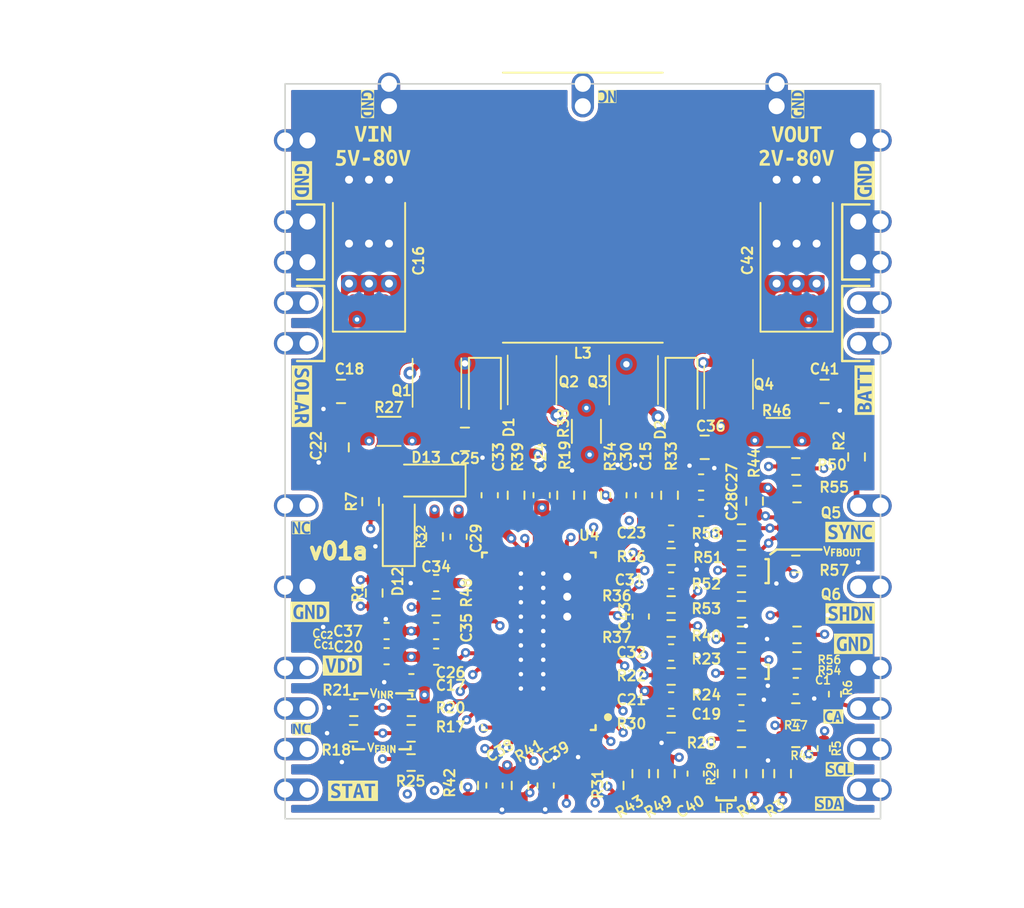
<source format=kicad_pcb>
(kicad_pcb (version 20221018) (generator pcbnew)
  (layers (0 "F.Cu" mixed) (1 "In1.Cu" power) (2 "In2.Cu" signal) (3 "In3.Cu" power) (4 "In4.Cu" signal) (31 "B.Cu" power) (34 "B.Paste" user) (35 "F.Paste" user) (36 "B.SilkS" user "B.Silkscreen") (37 "F.SilkS" user "F.Silkscreen") (38 "B.Mask" user) (39 "F.Mask" user) (44 "Edge.Cuts" user))
  (net 0 "")
  (net 1 "GND")
  (net 2 "VBATT")
  (net 3 "VSOLAR")
  (net 4 "Net-(C15-Pad1)")
  (net 5 "Net-(C19-Pad2)")
  (net 6 "GATEV_{CC}")
  (net 7 "Net-(C23-Pad1)")
  (net 8 "Net-(C27-Pad1)")
  (net 9 "Net-(C28-Pad2)")
  (net 10 "Net-(C30-Pad1)")
  (net 11 "Net-(C31-Pad1)")
  (net 12 "Net-(C32-Pad2)")
  (net 13 "EXTV_{CC}")
  (net 14 "V_{OUT}")
  (net 15 "V_{DD}")
  (net 16 "/AVDD")
  (net 17 "Net-(C40-Pad2)")
  (net 18 "Net-(R17-Pad2)")
  (net 19 "Net-(R19-Pad1)")
  (net 20 "Net-(R20-Pad2)")
  (net 21 "Net-(R22-Pad1)")
  (net 22 "Net-(R25-Pad1)")
  (net 23 "Net-(R29-Pad1)")
  (net 24 "Net-(R30-Pad1)")
  (net 25 "Net-(R31-Pad1)")
  (net 26 "Net-(R34-Pad2)")
  (net 27 "SWENO")
  (net 28 "Net-(R42-Pad2)")
  (net 29 "Net-(R43-Pad2)")
  (net 30 "Net-(C1-Pad2)")
  (net 31 "Net-(R49-Pad1)")
  (net 32 "ECON")
  (net 33 "REG_{FAULT}")
  (net 38 "REG_{STATUS}")
  (net 41 "Net-(Q5-Pad2)")
  (net 42 "Net-(Q5-Pad3)")
  (net 43 "Net-(Q5-Pad5)")
  (net 44 "Net-(Q6-Pad2)")
  (net 45 "Net-(Q6-Pad5)")
  (net 46 "/V_{SW1}")
  (net 47 "/V_{SW2}")
  (net 48 "Net-(C25-Pad1)")
  (net 49 "GATEV_{CC}`")
  (net 50 "/BOOST1")
  (net 51 "/BOOST2")
  (net 52 "/TG1")
  (net 53 "/BG1")
  (net 54 "/BG2")
  (net 55 "/TG2")
  (net 56 "/TG1_0")
  (net 57 "/CSPIN")
  (net 58 "/CSNIN")
  (net 59 "/CSPOUT")
  (net 60 "/CSNOUT_0")
  (net 61 "/CSNOUT")
  (net 62 "/BG2_")
  (net 63 "/CSNIN_0")
  (net 64 "/FBIN")
  (net 65 "/FBOUT")
  (net 66 "/FBOUT_0")
  (net 67 "Net-(NT1-Pad2)")
  (net 69 "/~{SHDN}")
  (net 71 "/SYNC")
  (net 72 "/SDA")
  (net 73 "/SCL")
  (net 76 "/RS+")
  (footprint "custom-footprints:castellated_05mm" (layer "F.Cu") (at 130.65 86.91)
    (fp_text reference "J2" hide)
    (fp_text value "Conn_01x01")
  )
  (footprint "Resistor_SMD:R_0603_1608Metric" (layer "F.Cu") (at 157.8 108.641424)
    (fp_text reference "R53")
    (fp_text value "???")
  )
  (footprint "Resistor_SMD:R_0603_1608Metric" (layer "F.Cu") (at 149.9 119.666424 -90)
    (fp_text reference "R31")
    (fp_text value "3.01K")
  )
  (footprint "NetTie:NetTie-2_SMD_Pad0.5mm" (layer "F.Cu") (at 134.5 97.6 90)
    (fp_text reference "NT2" hide)
    (fp_text value "NetTie_2")
  )
  (footprint "Resistor_SMD:R_0402_1005Metric" (layer "F.Cu") (at 163.65 113.95 90)
    (fp_text reference "R6")
    (fp_text value "0")
  )
  (footprint "Capacitor_SMD:C_0805_2012Metric" (layer "F.Cu") (at 132.75 95 180)
    (fp_text reference "C18")
    (fp_text value "2.2uF")
  )
  (footprint "Capacitor_SMD:C_0805_2012Metric" (layer "F.Cu") (at 155.5 98.5 180)
    (fp_text reference "C36")
    (fp_text value "10uF")
  )
  (footprint "Capacitor_SMD:C_0603_1608Metric" (layer "F.Cu") (at 142.35 119.666424 -90)
    (fp_text reference "C38")
    (fp_text value "4.7uF")
  )
  (footprint "Capacitor_SMD:C_0603_1608Metric" (layer "F.Cu") (at 155.275 100.7)
    (fp_text reference "C27")
    (fp_text value "220pF")
  )
  (footprint "Resistor_SMD:R_0603_1608Metric" (layer "F.Cu") (at 157.8 107.041424)
    (fp_text reference "R52")
    (fp_text value "23.7K")
  )
  (footprint "Capacitor_SMD:C_0603_1608Metric" (layer "F.Cu") (at 138.7 111.6)
    (fp_text reference "C26")
    (fp_text value "470nF")
  )
  (footprint "kibuzzard-623CCAFA" (layer "F.Cu") (at 134.75 80.378568)
    (fp_text reference "kibuzzard-623CCAFA" hide)
    (fp_text value "G***" hide)
  )
  (footprint "Diode_SMD:D_PowerDI-123" (layer "F.Cu") (at 141.750009 95.1 -90)
    (fp_text reference "D1")
    (fp_text value "MBR1020VL")
  )
  (footprint "Resistor_SMD:R_0603_1608Metric" (layer "F.Cu") (at 156.837047 118.925 90)
    (fp_text reference "R29")
    (fp_text value "0")
  )
  (footprint "Fiducial:Fiducial_0.75mm_Mask1.5mm" (layer "F.Cu") (at 162.25 119.45)
    (fp_text reference "REF**" hide)
    (fp_text value "Fiducial_0.75mm_Mask1.5mm")
  )
  (footprint "kibuzzard-623CCB15" (layer "F.Cu") (at 161.25 78.9)
    (fp_text reference "kibuzzard-623CCB15" hide)
    (fp_text value "G***" hide)
  )
  (footprint "custom-footprints:castellated_05mm" (layer "F.Cu") (at 166.499997 79.290012)
    (fp_text reference "J12" hide)
    (fp_text value "Conn_01x01")
  )
  (footprint "Resistor_SMD:R_0603_1608Metric" (layer "F.Cu") (at 153.4 105.341424)
    (fp_text reference "R26")
    (fp_text value "23.7K")
  )
  (footprint "NetTie:NetTie-2_SMD_Pad0.5mm" (layer "F.Cu") (at 137.2 97.6 90)
    (fp_text reference "NT3" hide)
    (fp_text value "NetTie_2")
  )
  (footprint "custom-footprints:castellated_05mm" (layer "F.Cu") (at 166.5 114.85)
    (fp_text reference "J10" hide)
    (fp_text value "Conn_01x01")
  )
  (footprint "Resistor_SMD:R_0603_1608Metric" (layer "F.Cu") (at 153.4 109.841424)
    (fp_text reference "R37")
    (fp_text value "10")
  )
  (footprint "Resistor_SMD:R_0603_1608Metric" (layer "F.Cu") (at 134.6 101.9 -90)
    (fp_text reference "R7")
    (fp_text value "4")
  )
  (footprint "kibuzzard-623CC23C" (layer "F.Cu") (at 165.5 94.92281 90)
    (fp_text reference "kibuzzard-623CC23C" hide)
    (fp_text value "G***" hide)
  )
  (footprint "Package_TO_SOT_SMD:SOT-363_SC-70-6" (layer "F.Cu") (at 161.275 108.3)
    (fp_text reference "Q6")
    (fp_text value "MBT2222ADW1T1")
  )
  (footprint "Capacitor_SMD:C_0805_2012Metric" (layer "F.Cu") (at 140.5 98)
    (fp_text reference "C25")
    (fp_text value "2.2uF")
  )
  (footprint "custom-footprints:SIS862DNT1GE3" (layer "F.Cu") (at 144.69999 94.299989 90)
    (fp_text reference "Q2")
    (fp_text value "Si7106DN" hide)
  )
  (footprint "custom-footprints:castellated_05mm" (layer "F.Cu") (at 130.65 89.45)
    (fp_text reference "J3" hide)
    (fp_text value "Conn_01x01")
  )
  (footprint "Resistor_SMD:R_0603_1608Metric" (layer "F.Cu") (at 160.375 118.925 90)
    (fp_text reference "R3")
    (fp_text value "0")
  )
  (footprint "Resistor_SMD:R_0603_1608Metric" (layer "F.Cu") (at 161.275 111.841424 180)
    (fp_text reference "R54")
    (fp_text value "200K")
  )
  (footprint "Resistor_SMD:R_0603_1608Metric" (layer "F.Cu") (at 158.62 101.87 90)
    (fp_text reference "R44")
    (fp_text value "10")
  )
  (footprint "custom-footprints:castellated_05mm" (layer "F.Cu") (at 130.65 84.37)
    (fp_text reference "J1" hide)
    (fp_text value "Conn_01x01")
  )
  (footprint "kibuzzard-623E06E1" (layer "F.Cu") (at 163.55 115.35)
    (fp_text reference "kibuzzard-623E06E1" hide)
    (fp_text value "G***" hide)
  )
  (footprint "kibuzzard-623CC1D5" (layer "F.Cu") (at 164.8 110.8)
    (fp_text reference "kibuzzard-623CC1D5" hide)
    (fp_text value "G***" hide)
  )
  (footprint "Resistor_SMD:R_0603_1608Metric" (layer "F.Cu") (at 153.3 101.5 -90)
    (fp_text reference "R33")
    (fp_text value "4.99K")
  )
  (footprint "custom-footprints:castellated_05mm" (layer "F.Cu") (at 166.5 89.45)
    (fp_text reference "J7" hide)
    (fp_text value "Conn_01x01")
  )
  (footprint "Capacitor_SMD:C_0603_1608Metric" (layer "F.Cu") (at 145.55 119.666424 90)
    (fp_text reference "C39")
    (fp_text value "1uF")
  )
  (footprint "Resistor_SMD:R_0603_1608Metric" (layer "F.Cu") (at 161.2 105.8 180)
    (fp_text reference "R57")
    (fp_text value "???")
  )
  (footprint "Capacitor_SMD:C_0603_1608Metric" (layer "F.Cu") (at 157.8 115.141424 180)
    (fp_text reference "C19")
    (fp_text value "1uF")
  )
  (footprint "Resistor_SMD:R_0603_1608Metric" (layer "F.Cu") (at 140.8 119.666424 -90)
    (fp_text reference "R42")
    (fp_text value "0")
  )
  (footprint "Capacitor_SMD:C_0603_1608Metric" (layer "F.Cu") (at 140.1 104.1 -90)
    (fp_text reference "C29")
    (fp_text value "220nF")
  )
  (footprint "kibuzzard-623CCD34" (layer "F.Cu") (at 164.6 108.9)
    (fp_text reference "kibuzzard-623CCD34" hide)
    (fp_text value "G***" hide)
  )
  (footprint "Resistor_SMD:R_0603_1608Metric" (layer "F.Cu") (at 153.4 112.841424)
    (fp_text reference "R22")
    (fp_text value "21K")
  )
  (footprint "Resistor_SMD:R_0603_1608Metric" (layer "F.Cu") (at 157.8 111.841424 180)
    (fp_text reference "R23")
    (fp_text value "110K")
  )
  (footprint "Resistor_SMD:R_0603_1608Metric" (layer "F.Cu") (at 161.2 99.7 180)
    (fp_text reference "R50")
    (fp_text value "0")
  )
  (footprint "Resistor_SMD:R_0603_1608Metric" (layer "F.Cu") (at 158.625 118.925 90)
    (fp_text reference "R4")
    (fp_text value "0")
  )
  (footprint "NetTie:NetTie-2_SMD_Pad0.5mm" (layer "F.Cu") (at 147.8 98.9625)
    (fp_text reference "NT1" hide)
    (fp_text value "NetTie_2")
  )
  (footprint "Capacitor_SMD:C_0603_1608Metric" (layer "F.Cu") (at 138.7 110 180)
    (fp_text reference "C35")
    (fp_text value "470nF")
  )
  (footprint "kibuzzard-623CC1D5" (layer "F.Cu") (at 130.3 81.8 -90)
    (fp_text reference "kibuzzard-623CC1D5" hide)
    (fp_text value "G***" hide)
  )
  (footprint "Resistor_SMD:R_0603_1608Metric" (layer "F.Cu") (at 153.4 108.341424 180)
    (fp_text reference "R36")
    (fp_text value "10")
  )
  (footprint "kibuzzard-623CCB0B" (layer "F.Cu") (at 161.25 80.378568)
    (fp_text reference "kibuzzard-623CCB0B" hide)
    (fp_text value "G***" hide)
  )
  (footprint "Fiducial:Fiducial_0.75mm_Mask1.5mm" (layer "F.Cu") (at 164.3 77.2)
    (fp_text reference "REF**" hide)
    (fp_text value "Fiducial_0.75mm_Mask1.5mm")
  )
  (footprint "Resistor_SMD:R_0603_1608Metric" (layer "F.Cu") (at 157.8 110.241424)
    (fp_text reference "R40")
    (fp_text value "200K")
  )
  (footprint "kibuzzard-623CC3F2" (layer "F.Cu") (at 133.5 120)
    (fp_text reference "kibuzzard-623CC3F2" hide)
    (fp_text value "G***" hide)
  )
  (footprint "Capacitor_SMD:C_0603_1608Metric" (layer "F.Cu") (at 153.4 114.341424 180)
    (fp_text reference "C21")
    (fp_text value "4.7uF")
  )
  (footprint "Capacitor_SMD:C_0603_1608Metric" (layer "F.Cu") (at 135.6 111.575 180)
    (fp_text reference "C20")
    (fp_text value "10nF")
  )
  (footprint "Capacitor_SMD:C_0603_1608Metric" (layer "F.Cu") (at 161.2 113.441424 180)
    (fp_text reference "C1")
    (fp_text value "100nF")
  )
  (footprint "Capacitor_SMD:C_0603_1608Metric" (layer "F.Cu") (at 150.1 101.5 90)
    (fp_text reference "C30")
    (fp_text value "68nF")
  )
  (footprint "custom-footprints:holliday" (layer "F.Cu") (at 138.14 121.075)
    (fp_text reference "Ref**" hide)
    (fp_text value "Val**" hide)
  )
  (footprint "kibuzzard-623CC1D5" (layer "F.Cu") (at 130.8 108.8)
    (fp_text reference "kibuzzard-623CC1D5" hide)
    (fp_text value "G***" hide)
  )
  (footprint "custom-footprints:BSS138DWQ-7" (layer "F.Cu") (at 161.274989 103.533575 180)
    (fp_text reference "Q5")
    (fp_text value "BSS84" hide)
  )
  (footprint "custom-footprints:L_SRP1770C" (layer "F.Cu") (at 147.87499 83.500011)
    (fp_text reference "L3")
    (fp_text value "3.3uH")
  )
  (footprint "custom-footprints:castellated_05mm" (layer "F.Cu") (at 130.65 117.39)
    (fp_text reference "J9" hide)
    (fp_text value "Conn_01x01")
  )
  (footprint "Capacitor_SMD:C_0603_1608Metric" (layer "F.Cu") (at 153.4 111.341424 180)
    (fp_text reference "C32")
    (fp_text value "3.3nF")
  )
  (footprint "Resistor_SMD:R_0603_1608Metric" (layer "F.Cu") (at 157.8 116.741424 180)
    (fp_text reference "R28")
    (fp_text value "105K")
  )
  (footprint "Diode_SMD:D_PowerDI-123" (layer "F.Cu") (at 154.05 95.1 -90)
    (fp_text reference "D2")
    (fp_text value "MBR1020VL")
  )
  (footprint "custom-footprints:castellated_05mm" (layer "F.Cu") (at 130.65 114.85)
    (fp_text reference "J24" hide)
    (fp_text value "Conn_01x01")
  )
  (footprint "custom-footprints:castellated_05mm" (layer "F.Cu") (at 130.65 107.23)
    (fp_text reference "J14" hide)
    (fp_text value "Conn_01x01")
  )
  (footprint "NetTie:NetTie-2_SMD_Pad0.5mm" (layer "F.Cu") (at 158.6375 97.571064 90)
    (fp_text reference "NT4" hide)
    (fp_text value "NetTie_2")
  )
  (footprint "Fiducial:Fiducial_0.75mm_Mask1.5mm" (layer "F.Cu") (at 131 77.5)
    (fp_text reference "REF**" hide)
    (fp_text value "Fiducial_0.75mm_Mask1.5mm")
  )
  (footprint "custom-footprints:castellated_05mm" (layer "F.Cu") (at 135.75 75.75 90)
    (fp_text reference "J19" hide)
    (fp_text value "Conn_01x01")
  )
  (footprint "custom-footprints:castellated_05mm" (layer "F.Cu") (at 130.65 91.99)
    (fp_text reference "J4" hide)
    (fp_text value "Conn_01x01")
  )
  (footprint "Capacitor_SMD:C_0603_1608Metric" (layer "F.Cu") (at 145.3 101.5 -90)
    (fp_text reference "C24")
    (fp_text value "4.7uF")
  )
  (footprint "Resistor_SMD:R_1206_3216Metric" (layer "F.Cu") (at 160.1 97.571064)
    (fp_text reference "R46")
    (fp_text value "0.05")
  )
  (footprint "kibuzzard-62D49DAC" (layer "F.Cu") (at 130.29 116.12)
    (fp_text reference "kibuzzard-62D49DAC" hide)
    (fp_text value "G***" hide)
  )
  (footprint "custom-footprints:LT8490EUKJ#PBF" (layer "F.Cu") (at 145.124551 110.641435 180)
    (fp_text reference "U4")
    (fp_text value "LT8490EUKJPBF" hide)
  )
  (footprint "Resistor_SMD:R_1206_3216Metric" (layer "F.Cu") (at 148.1 97.5 -90)
    (fp_text reference "R38")
    (fp_text value "0.001")
  )
  (footprint "Diode_SMD:D_SOD-123F" (layer "F.Cu") (at 136.36 103.73 90)
    (fp_text reference "D12")
    (fp_text value "CMMR1U-02 TR")
  )
  (footprint "Resistor_SMD:R_0603_1608Metric" (layer "F.Cu") (at 165 99.1 90)
    (fp_text reference "R2")
    (fp_text value "10K")
  )
  (footprint "custom-footprints:castellated_05mm" (layer "F.Cu") (at 130.65 79.29)
    (fp_text reference "J11" hide)
    (fp_text value "Conn_01x01")
  )
  (footprint "Diode_SMD:D_SOD-123F" (layer "F.Cu") (at 138.34 100.58 180)
    (fp_text reference "D13")
    (fp_text value "CMMR1U-02 TR")
  )
  (footprint "custom-footprints:castellated_05mm" (layer "F.Cu") (at 166.5 91.99)
    (fp_text reference "J8" hide)
    (fp_text value "Conn_01x01")
  )
  (footprint "Capacitor_Tantalum_SMD:CP_EIA-7343-30_AVX-N" (layer "F.Cu") (at 134.5 86.85 90)
    (fp_text reference "C16")
    (fp_text value "33uF")
  )
  (footprint "custom-footprints:castellated_05mm" (layer "F.Cu") (at 166.5 102.15)
    (fp_text reference "J16" hide)
    (fp_text value "Conn_01x01")
  )
  (footprint "kibuzzard-623CC1F4" (layer "F.Cu") (at 130.3 95.3 -90)
    (fp_text reference "kibuzzard-623CC1F4" hide)
    (fp_text value "G***" hide)
  )
  (footprint "Capacitor_SMD:C_0805_2012Metric" (layer "F.Cu") (at 132.5 98.5 -90)
    (fp_text reference "C22")
    (fp_text value "2.2uF")
  )
  (footprint "Capacitor_SMD:C_0603_1608Metric" (layer "F.Cu") (at 154.937047 118.925 -90)
    (fp_text reference "C40")
    (fp_text value "100nF")
  )
  (footprint "Resistor_SMD:R_0603_1608Metric" (layer "F.Cu") (at 157.8 113.441424)
    (fp_text reference "R24")
    (fp_text value "35.7K")
  )
  (footprint "Resistor_SMD:R_0603_1608Metric" (layer "F.Cu") (at 161.2 115.041424 180)
    (fp_text reference "R47")
    (fp_text value "10K")
  )
  (footprint "kibuzzard-62D49DF0" (layer "F.Cu") (at 161.32 77.02 90)
    (fp_text reference "kibuzzard-62D49DF0" hide)
    (fp_text value "G***" hide)
  )
  (footprint "kibuzzard-62D49DAC" (layer "F.Cu") (at 130.26 103.53)
    (fp_text reference "kibuzzard-62D49DAC" hide)
    (fp_text value "G***" hide)
  )
  (footprint "kibuzzard-623CC1D5" (layer "F.Cu") (at 165.5 81.8 90)
    (fp_text reference "kibuzzard-623CC1D5" hide)
    (fp_text value "G***" hide)
  )
  (footprint "Resistor_SMD:R_0603_1608Metric" (layer "F.Cu") (at 133.55 114.8 180)
    (fp_text reference "R21")
    (fp_text value "8.06K")
  )
  (footprint "custom-footprints:castellated_05mm" (layer "F.Cu") (at 130.65 102.15)
    (fp_text reference "J13" hide)
    (fp_text value "Conn_01x01")
  )
  (footprint "custom-footprints:SIS862DNT1GE3" (layer "F.Cu") (at 138.749989 94.450002 -90)
    (fp_text reference "Q1")
    (fp_text value "Si7106DN" hide)
  )
  (footprint "Resistor_SMD:R_0603_1608Metric" (layer "F.Cu") (at 151.5 118.925 90)
    (fp_text reference "R43")
    (fp_text value "23.2K")
  )
  (footprint "Capacitor_SMD:C_0603_1608Metric" (layer "F.Cu") (at 153.4 106.841424)
    (fp_text reference "C31")
    (fp_text value "3.3nF")
  )
  (footprint "Capacitor_SMD:C_0603_1608Metric" (layer "F.Cu") (at 155.275 102.3 180)
    (fp_text reference "C28")
    (fp_text value "6.8nF")
  )
  (footprint "Resistor_SMD:R_0603_1608Metric" (layer "F.Cu") (at 134.825 107.62 -90)
    (fp_text reference "R1")
    (fp_text value "10")
  )
  (footprint "Resistor_SMD:R_0603_1608Metric" (layer "F.Cu") (at 153.1 118.925 -90)
    (fp_text reference "R49")
    (fp_text value "121K")
  )
  (footprint "kibuzzard-62D49DAC" (layer "F.Cu") (at 149.4 76.54 180)
    (fp_text reference "kibuzzard-62D49DAC" hide)
    (fp_text value "G***" hide)
  )
  (footprint "Resistor_SMD:R_1206_3216Metric" (layer "F.Cu") (at 135.75 97.5)
    (fp_text reference "R27")
    (fp_text value "0.1")
  )
  (footprint "custom-footprints:SIS862DNT1GE3" (layer "F.Cu") (at 151.051997 94.299989 90)
    (fp_text reference "Q3")
    (fp_text value "Si7106DN" hide)
  )
  (footprint "Resistor_SMD:R_0603_1608Metric" (layer "F.Cu") (at 138.7 108.5)
    (fp_text reference "R48")
    (fp_text value "10")
  )
  (footprint "Resistor_SMD:R_0603_1608Metric" (layer "F.Cu") (at 143.95 119.666424 -90)
    (fp_text reference "R41")
    (fp_text value "1")
  )
  (footprint "custom-footprints:castellated_05mm" (layer "F.Cu") (at 166.5 86.91)
    (fp_text reference "J6" hide)
    (fp_text value "Conn_01x01")
  )
  (footprint "Resistor_SMD:R_0603_1608Metric" (layer "F.Cu") (at 157.8 103.841424 180)
    (fp_text reference "R58")
    (fp_text value "???")
  )
  (footprint "Capacitor_SMD:C_0603_1608Metric" (layer "F.Cu") (at 135.6 110 180)
    (fp_text reference "C37")
    (fp_text value "10nF")
  )
  (footprint "Resistor_SMD:R_0402_1005Metric" (layer "F.Cu") (at 162.95 117.35 90)
    (fp_text reference "R5")
    (fp_text value "0")
  )
  (footprint "Resistor_SMD:R_0603_1608Metric" (layer "F.Cu") (at 161.2 116.741424)
    (fp_text reference "R45")
    (fp_text value "18.2K")
  )
  (footprint "Resistor_SMD:R_0603_1608Metric" (layer "F.Cu") (at 138.6 104.1 90)
    (fp_text reference "R32")
    (fp_text value "2")
  )
  (footprint "kibuzzard-623E06FB" (layer "F.Cu") (at 163.3 120.8)
    (fp_text reference "kibuzzard-623E06FB" hide)
    (fp_text value "G***" hide)
  )
  (footprint "Capacitor_Tantalum_SMD:CP_EIA-7343-30_AVX-N" (layer "F.Cu") (at 161.25 86.85 90)
    (fp_text reference "C42")
    (fp_text value "47uF")
  )
  (footprint "custom-footprints:castellated_05mm" (layer "F.Cu") (at 147.875 75.75 90)
    (fp_text reference "J20" hide)
    (fp_text value "Conn_01x01")
  )
  (footprint "kibuzzard-623CC9B2" (layer "F.Cu") (at 132.83 112.16)
    (fp_text reference "kibuzzard-623CC9B2" hide)
    (fp_text value "G***" hide)
  )
  (footprint "Resistor_SMD:R_0603_1608Metric" (layer "F.Cu") (at 161.275 101.425 180)
    (fp_text reference "R55")
    (fp_text value "10")
  )
  (footprint "NetTie:NetTie-2_SMD_Pad0.5mm" (layer "F.Cu") (at 161.646447 90.146447 135)
    (fp_text reference "NT7" hide)
    (fp_text value "NetTie_2")
  )
  (footprint "Resistor_SMD:R_0603_1608Metric" (layer "F.Cu") (at 137.133576 116.4 180)
    (fp_text reference "R17")
    (fp_text value "86.6K")
  )
  (footprint "kibuzzard-623DE3C4" (layer "F.Cu") (at 164.6 103.8)
    (fp_text reference "kibuzzard-623DE3C4" hide)
    (fp_text value "G***" hide)
  )
  (footprint "NetTie:NetTie-2_SMD_Pad0.5mm" (layer "F.Cu") (at 134.103553 90.146447 45)
    (fp_text reference "NT6" hide)
    (fp_text value "NetTie_2")
  )
  (footprint "Capacitor_SMD:C_0805_2012Metric" (layer "F.Cu") (at 163 95)
    (fp_text reference "C41")
    (fp_text value "10uF")
  )
  (footprint "Capacitor_SMD:C_0603_1608Metric" (layer "F.Cu") (at 153.4 103.9)
    (fp_text reference "C23")
    (fp_text value "10nF")
  )
  (footprint "custom-footprints:SIS862DNT1GE3" (layer "F.Cu") (at 156.993996 94.539994 -90)
    (fp_text reference "Q4")
    (fp_text value "Si7106DN" hide)
  )
  (footprint "NetTie:NetTie-2_SMD_Pad0.5mm" (layer "F.Cu") (at 161.578511 97.6 90)
    (fp_text reference "NT5" hide)
    (fp_text value "NetTie_2")
  )
  (footprint "Capacitor_SMD:C_0603_1608Metric" (layer "F.Cu") (at 137.15 113.2 180)
    (fp_text reference "C17")
    (fp_text value "2.2uF")
  )
  (footprint "kibuzzard-62D49DF0" (layer "F.Cu") (at 134.41 77.01 -90)
    (fp_text reference "kibuzzard-62D49DF0" hide)
    (fp_text value "G***" hide)
  )
  (footprint "custom-footprints:castellated_05mm" (layer "F.Cu") (at 166.499997 84.370012)
    (fp_text reference "J5" hide)
    (fp_text value "Conn_01x01")
  )
  (footprint "Resistor_SMD:R_0603_1608Metric" (layer "F.Cu") (at 143.7 101.5 -90)
    (fp_text reference "R39")
    (fp_text value "2")
  )
  (footprint "kibuzzard-623CCAD0" (layer "F.Cu") (at 134.75 78.878568)
    (fp_text reference "kibuzzard-623CCAD0" hide)
    (fp_text value "G***" hide)
  )
  (footprint "Resistor_SMD:R_0603_1608Metric" (layer "F.Cu") (at 133.533576 116.4 180)
    (fp_text reference "R18")
    (fp_text value "16.5K")
  )
  (footprint "custom-footprints:castellated_05mm" (layer "F.Cu") (at 166.5 117.39)
    (fp_text reference "J23" hide)
    (fp_text value "Conn_01x01")
  )
  (footprint "Capacitor_SMD:C_0603_1608Metric" (layer "F.Cu") (at 142.05 101.5 90)
    (fp_text reference "C33")
    (fp_text value "220nF")
  )
  (footprint "Resistor_SMD:R_0603_1608Metric" (layer "F.Cu") (at 146.8 101.5 90)
    (fp_text reference "R19")
    (fp_text value "124K")
  )
  (footprint "Resistor_SMD:R_0603_1608Metric" (layer "F.Cu") (at 148.5 101.5 -90)
    (fp_text reference "R34")
    (fp_text value "53.6K")
  )
  (footprint "custom-footprints:castellated_05mm" (layer "F.Cu") (at 130.65 119.93)
    (fp_text reference "J25" hide)
    (fp_text value "Conn_01x01")
  )
  (footprint "custom-footprints:castellated_05mm" (layer "F.Cu") (at 130.65 112.31)
    (fp_text reference "J15" hide)
    (fp_text value "Conn_01x01")
  )
  (footprint "custom-footprints:castellated_05mm" (layer "F.Cu") (at 166.5 119.93)
    (fp_text reference "J22" hide)
    (fp_text value "Conn_01x01")
  )
  (footprint "Resistor_SMD:R_0603_1608Metric" (layer "F.Cu") (at 137.15 114.8 180)
    (fp_text reference "R20")
    (fp_text value "196K")
  )
  (footprint "Resistor_SMD:R_0603_1608Metric" (layer "F.Cu") (at 157.8 105.441424 180)
    (fp_text reference "R51")
    (fp_text value "154K")
  )
  (footprint "Resistor_SMD:R_0603_1608Metric" (layer "F.Cu") (at 153.4 115.841424)
    (fp_text reference "R30")
    (fp_text value "21K")
  )
  (footprint "Resistor_SMD:R_0603_1608Metric" (layer "F.Cu") (at 161.275 110.241424 180)
    (fp_text reference "R56")
    (fp_text value "???")
  )
  (footprint "Resistor_SMD:R_0603_1608Metric" (layer "F.Cu") (at 137.133576 118.23 180)
    (fp_text reference "R25")
    (fp_text value "30.1K")
  )
  (footprint "kibuzzard-623E06ED" (layer "F.Cu") (at 163.95 118.65)
    (fp_text reference "kibuzzard-623E06ED" hide)
    (fp_text value "G***" hide)
  )
  (footprint "custom-footprints:castellated_05mm" (layer "F.Cu") (at 160 75.75 90)
    (fp_text reference "J21" hide)
    (fp_text value "Conn_01x01")
  )
  (footprint "Capacitor_SMD:C_0603_1608Metric" (layer "F.Cu") (at 151.7 101.5 90)
    (fp_text reference "C15")
    (fp_text value "100nF")
  )
  (footprint "custom-footprints:castellated_05mm" (layer "F.Cu") (at 166.5 107.23)
    (fp_text reference "J17" hide)
    (fp_text value "Conn_01x01")
  )
  (footprint "Capacitor_SMD:C_0603_1608Metric" (layer "F.Cu") (at 138.7 107 180)
    (fp_text reference "C34")
    (fp_text value "1uF")
  )
  (footprint "Capacitor_SMD:C_0603_1608Metric" (layer "F.Cu") (at 151.5 109.091424 -90)
    (fp_text reference "C43")
    (fp_text value "1nF")
  )
  (footprint "custom-footprints:castellated_05mm" (layer "F.Cu") (at 166.5 112.31)
    (fp_text reference "J18" hide)
    (fp_text value "Conn_01x01")
  )
  (gr_line (start 131.7 83.3) (end 130 83.3) (stroke (width 0.15)) (layer "F.SilkS"))
  (gr_line (start 164.1 93.1) (end 165.8 93.1) (stroke (width 0.15)) (layer "F.SilkS"))
  (gr_line (start 130 88) (end 131.7 88) (stroke (width 0.15)) (layer "F.SilkS"))
  (gr_line (start 130 88.4) (end 131.7 88.4) (stroke (width 0.15)) (layer "F.SilkS"))
  (gr_line (start 159.5 105.5) (end 159.5 107) (stroke (width 0.15)) (layer "F.SilkS"))
  (gr_line (start 133.5 117.4) (end 133.5 117.2) (stroke (width 0.15)) (layer "F.SilkS"))
  (gr_line (start 156.237047 120.6) (end 156.237047 120.4) (stroke (width 0.15)) (layer "F.SilkS"))
  (gr_line (start 131.7 88) (end 131.7 83.3) (stroke (width 0.15)) (layer "F.SilkS"))
  (gr_line (start 164.1 88.4) (end 164.1 93.1) (stroke (width 0.15)) (layer "F.SilkS"))
  (gr_line (start 159.5 107) (end 159.3 107) (stroke (width 0.15)) (layer "F.SilkS"))
  (gr_line (start 164.1 83.3) (end 164.1 88) (stroke (width 0.15)) (layer "F.SilkS"))
  (gr_line (start 137.1 117.4) (end 137.1 117.2) (stroke (width 0.15)) (layer "F.SilkS"))
  (gr_line (start 136.4 117.4) (end 137.1 117.4) (stroke (width 0.15)) (layer "F.SilkS"))
  (gr_line (start 159.3 112.1) (end 159.5 112.1) (stroke (width 0.15)) (layer "F.SilkS"))
  (gr_line (start 159.3 105.5) (end 159.5 105.5) (stroke (width 0.15)) (layer "F.SilkS"))
  (gr_line (start 131.7 88.4) (end 131.7 93.1) (stroke (width 0.15)) (layer "F.SilkS"))
  (gr_line (start 157.437047 120.6) (end 157.437047 120.4) (stroke (width 0.15)) (layer "F.SilkS"))
  (gr_line (start 159.5 112.1) (end 159.5 113) (stroke (width 0.15)) (layer "F.SilkS"))
  (gr_line (start 164.1 88) (end 165.8 88) (stroke (width 0.15)) (layer "F.SilkS"))
  (gr_line (start 130 93.1) (end 131.7 93.1) (stroke (width 0.15)) (layer "F.SilkS"))
  (gr_line (start 160 104.9) (end 162.8 104.9) (stroke (width 0.15)) (layer "F.SilkS"))
  (gr_line (start 159.5 113) (end 159.3 113) (stroke (width 0.15)) (layer "F.SilkS"))
  (gr_line (start 165.8 83.3) (end 164.1 83.3) (stroke (width 0.15)) (layer "F.SilkS"))
  (gr_line (start 133.6 113.9) (end 133.6 114.1) (stroke (width 0.15)) (layer "F.SilkS"))
  (gr_line (start 156.237047 120.6) (end 157.437047 120.6) (stroke (width 0.15)) (layer "F.SilkS"))
  (gr_line (start 160 104.9) (end 159.6 105.2) (stroke (width 0.15)) (layer "F.SilkS"))
  (gr_line (start 165.8 88.4) (end 164.1 88.4) (stroke (width 0.15)) (layer "F.SilkS"))
  (gr_line (start 134.2 117.4) (end 133.5 117.4) (stroke (width 0.15)) (layer "F.SilkS"))
  (gr_line (start 137.2 113.9) (end 137.2 114.1) (stroke (width 0.15)) (layer "F.SilkS"))
  (gr_line (start 134.4 113.9) (end 133.6 113.9) (stroke (width 0.15)) (layer "F.SilkS"))
  (gr_line (start 136.2 113.9) (end 137.2 113.9) (stroke (width 0.15)) (layer "F.SilkS"))
  (gr_rect locked (start 129.25 75.75) (end 166.5 121.75) (stroke (width 0.1)) (fill none) (layer "Edge.Cuts"))
  (gr_text "C_{C2}" (at 131.6 110.16) (layer "F.SilkS") (effects (font (size 0.508 0.508) (thickness 0.1016))))
  (gr_text "V_{FBIN}" (at 135.300009 117.299994) (layer "F.SilkS") (effects (font (size 0.508 0.508) (thickness 0.1016))))
  (gr_text "v01a" (at 132.6 105) (layer "F.SilkS") (effects (font (size 1.016 1.016) (thickness 0.254))))
  (gr_text "C_{C1}" (at 131.67 110.81) (layer "F.SilkS") (effects (font (size 0.508 0.508) (thickness 0.1016))))
  (gr_text "V_{FBOUT}" (at 164.1 105) (layer "F.SilkS") (effects (font (size 0.508 0.508) (thickness 0.1016))))
  (gr_text "LP" (at 156.837047 121.1) (layer "F.SilkS") (effects (font (size 0.508 0.508) (thickness 0.1016))))
  (gr_text "V_{INR}" (at 135.3 113.9) (layer "F.SilkS") (effects (font (size 0.508 0.508) (thickness 0.1016))))
  (segment (start 146.874547 117.184547) (end 147.58 117.89) (width 0.25) (layer "F.Cu") (net 1))
  (segment (start 145.374547 116.041424) (end 145.374547 115.128924) (width 0.25) (layer "F.Cu") (net 1))
  (segment (start 147.974547 111.391424) (end 146.351424 111.391424) (width 0.25) (layer "F.Cu") (net 1))
  (segment (start 146.303947 114.841424) (end 146.287047 114.841424) (width 0.25) (layer "F.Cu") (net 1))
  (segment (start 146.874547 116.041424) (end 146.874547 117.184547) (width 0.25) (layer "F.Cu") (net 1))
  (segment (start 146.874547 116.041424) (end 146.874547 115.412024) (width 0.25) (layer "F.Cu") (net 1))
  (segment (start 145.374547 116.041424) (end 145.374547 117.192257) (width 0.25) (layer "F.Cu") (net 1))
  (segment (start 143.374547 116.041424) (end 143.374547 115.353924) (width 0.25) (layer "F.Cu") (net 1))
  (segment (start 145.951424 111.391424) (end 145.95 111.39) (width 0.25) (layer "F.Cu") (net 1))
  (segment (start 143.374547 115.353924) (end 143.687047 115.041424) (width 0.25) (layer "F.Cu") (net 1))
  (segment (start 145.374547 115.128924) (end 145.287047 115.041424) (width 0.25) (layer "F.Cu") (net 1))
  (segment (start 145.374547 117.192257) (end 146.126145 117.943855) (width 0.25) (layer "F.Cu") (net 1))
  (segment (start 146.874547 115.412024) (end 146.303947 114.841424) (width 0.25) (layer "F.Cu") (net 1))
  (via (at 147.2 99.95) (size 0.5842) (drill 0.2794) (layers "F.Cu" "B.Cu") (net 1))
  (via (at 155 104.6) (size 0.5842) (drill 0.2794) (layers "F.Cu" "B.Cu") (net 1))
  (via locked (at 145.4 109.1) (size 0.5842) (drill 0.2794) (layers "F.Cu" "B.Cu") (net 1))
  (via (at 159.999998 85.75) (size 1) (drill 0.5) (layers "F.Cu" "B.Cu") (net 1))
  (via (at 159.999998 81.75) (size 1) (drill 0.5) (layers "F.Cu" "B.Cu") (net 1))
  (via (at 132 114.791424) (size 0.5842) (drill 0.2794) (layers "F.Cu" "B.Cu") (net 1))
  (via (at 133.249998 85.75) (size 1) (drill 0.5) (layers "F.Cu" "B.Cu") (net 1))
  (via locked (at 145.4 111.8) (size 0.5842) (drill 0.2794) (layers "F.Cu" "B.Cu") (net 1))
  (via (at 161.25 85.75) (size 1) (drill 0.5) (layers "F.Cu" "B.Cu") (net 1))
  (via locked (at 144 110.9) (size 0.5842) (drill 0.2794) (layers "F.Cu" "B.Cu") (net 1))
  (via (at 163.2 109) (size 0.5842) (drill 0.2794) (layers "F.Cu" "B.Cu") (net 1))
  (via (at 155 106.15) (size 0.5842) (drill 0.2794) (layers "F.Cu" "B.Cu") (net 1))
  (via (at 134.9 104.7) (size 0.5842) (drill 0.2794) (layers "F.Cu" "B.Cu") (net 1))
  (via (at 150.05 99.6) (size 0.5842) (drill 0.2794) (layers "F.Cu" "B.Cu") (net 1))
  (via (at 135.75 85.75) (size 1) (drill 0.5) (layers "F.Cu" "B.Cu") (net 1))
  (via (at 132.8 118.2) (size 0.5842) (drill 0.2794) (layers "F.Cu" "B.Cu") (net 1))
  (via (at 133.31 111.79) (size 0.5842) (drill 0.2794) (layers "F.Cu" "B.Cu") (net 1))
  (via locked (at 144 106.4) (size 0.5842) (drill 0.2794) (layers "F.Cu" "B.Cu") (net 1))
  (via (at 155 113.8) (size 0.5842) (drill 0.2794) (layers "F.Cu" "B.Cu") (net 1))
  (via (at 146.9 107.85) (size 1) (drill 0.5) (layers "F.Cu" "B.Cu") (net 1))
  (via locked (at 144 110) (size 0.5842) (drill 0.2794) (layers "F.Cu" "B.Cu") (net 1))
  (via (at 134.5 81.75) (size 1) (drill 0.5) (layers "F.Cu" "B.Cu") (net 1))
  (via locked (at 144 112.7) (size 0.5842) (drill 0.2794) (layers "F.Cu" "B.Cu") (net 1))
  (via (at 156.1 99.8) (size 0.5842) (drill 0.2794) (layers "F.Cu" "B.Cu") (net 1))
  (via locked (at 145.4 112.7) (size 0.5842) (drill 0.2794) (layers "F.Cu" "B.Cu") (net 1))
  (via (at 131.875 116.391424) (size 0.5842) (drill 0.2794) (layers "F.Cu" "B.Cu") (net 1))
  (via (at 135.55 109.25) (size 0.5842) (drill 0.2794) (layers "F.Cu" "B.Cu") (net 1))
  (via (at 145.25 99.9) (size 0.5842) (drill 0.2794) (layers "F.Cu" "B.Cu") (net 1))
  (via (at 159.46 118.1) (size 0.5842) (drill 0.2794) (layers "F.Cu" "B.Cu") (net 1))
  (via locked (at 145.4 110.9) (size 0.5842) (drill 0.2794) (layers "F.Cu" "B.Cu") (net 1))
  (via (at 131.35 99.45) (size 0.5842) (drill 0.2794) (layers "F.Cu" "B.Cu") (net 1))
  (via (at 151.15 99.6) (size 0.5842) (drill 0.2794) (layers "F.Cu" "B.Cu") (net 1))
  (via locked (at 145.4 106.4) (size 0.5842) (drill 0.2794) (layers "F.Cu" "B.Cu") (net 1))
  (via (at 159.4 110.5) (size 0.5842) (drill 0.2794) (layers "F.Cu" "B.Cu") (net 1))
  (via (at 131.63 109.75) (size 0.5842) (drill 0.2794) (layers "F.Cu" "B.Cu") (net 1))
  (via (at 135.45 113.2) (size 0.5842) (drill 0.2794) (layers "F.Cu" "B.Cu") (net 1))
  (via (at 145.52 121.16) (size 0.5842) (drill 0.2794) (layers "F.Cu" "B.Cu") (net 1))
  (via (at 131.65 96.1) (size 0.5842) (drill 0.2794) (layers "F.Cu" "B.Cu") (net 1))
  (via (at 158.08 109.68) (size 0.5842) (drill 0.2794) (layers "F.Cu" "B.Cu") (net 1))
  (via (at 141.6 99.15) (size 0.5842) (drill 0.2794) (layers "F.Cu" "B.Cu") (net 1))
  (via (at 163.95 96.2) (size 0.5842) (drill 0.2794) (layers "F.Cu" "B.Cu") (net 1))
  (via (at 146.9 109.100002) (size 1) (drill 0.5) (layers "F.Cu" "B.Cu") (net 1))
  (via (at 161.25 81.75) (size 1) (drill 0.5) (layers "F.Cu" "B.Cu") (net 1))
  (via (at 146.126145 117.943855) (size 0.5842) (drill 0.2794) (layers "F.Cu" "B.Cu") (net 1))
  (via locked (at 144 113.6) (size 0.5842) (drill 0.2794) (layers "F.Cu" "B.Cu") (net 1))
  (via (at 152.8 117) (size 0.5842) (drill 0.2794) (layers "F.Cu" "B.Cu") (net 1))
  (via (at 134.5 85.75) (size 1) (drill 0.5) (layers "F.Cu" "B.Cu") (net 1))
  (via locked (at 145.4 107.3) (size 0.5842) (drill 0.2794) (layers "F.Cu" "B.Cu") (net 1))
  (via (at 154.55 99.65) (size 0.5842) (drill 0.2794) (layers "F.Cu" "B.Cu") (net 1))
  (via (at 133.249998 81.75) (size 1) (drill 0.5) (layers "F.Cu" "B.Cu") (net 1))
  (via (at 162.35 114.225) (size 0.5842) (drill 0.2794) (layers "F.Cu" "B.Cu") (net 1))
  (via (at 162.5 85.75) (size 1) (drill 0.5) (layers "F.Cu" "B.Cu") (net 1))
  (via locked (at 145.4 108.2) (size 0.5842) (drill 0.2794) (layers "F.Cu" "B.Cu") (net 1))
  (via (at 159.985537 107.025537) (size 0.5842) (drill 0.2794) (layers "F.Cu" "B.Cu") (net 1))
  (via (at 159.45 113.425) (size 0.5842) (drill 0.2794) (layers "F.Cu" "B.Cu") (net 1))
  (via (at 155.05 111.5) (size 0.5842) (drill 0.2794) (layers "F.Cu" "B.Cu") (net 1))
  (via locked (at 144 108.2) (size 0.5842) (drill 0.2794) (layers "F.Cu" "B.Cu") (net 1))
  (via (at 156.85 102.3) (size 0.5842) (drill 0.2794) (layers "F.Cu" "B.Cu") (net 1))
  (via (at 165.1 105.7) (size 0.5842) (drill 0.2794) (layers "F.Cu" "B.Cu") (net 1))
  (via (at 137.11 107) (size 0.5842) (drill 0.2794) (layers "F.Cu" "B.Cu") (net 1))
  (via locked (at 144 109.1) (size 0.5842) (drill 0.2794) (layers "F.Cu" "B.Cu") (net 1))
  (via (at 147.58 117.89) (size 0.5842) (drill 0.2794) (layers "F.Cu" "B.Cu") (net 1))
  (via (at 146.9 106.6) (size 1) (drill 0.5) (layers "F.Cu" "B.Cu") (net 1))
  (via locked (at 145.4 113.6) (size 0.5842) (drill 0.2794) (layers "F.Cu" "B.Cu") (net 1))
  (via (at 162.5 81.75) (size 1) (drill 0.5) (layers "F.Cu" "B.Cu") (net 1))
  (via locked (at 144 107.3) (size 0.5842) (drill 0.2794) (layers "F.Cu" "B.Cu") (net 1))
  (via locked (at 144 111.8) (size 0.5842) (drill 0.2794) (layers "F.Cu" "B.Cu") (net 1))
  (via (at 142.82 121.18) (size 0.5842) (drill 0.2794) (layers "F.Cu" "B.Cu") (net 1))
  (via locked (at 145.4 110) (size 0.5842) (drill 0.2794) (layers "F.Cu" "B.Cu") (net 1))
  (via (at 159.2 114.3) (size 0.5842) (drill 0.2794) (layers "F.Cu" "B.Cu") (net 1))
  (via (at 135.75 81.75) (size 1) (drill 0.5) (layers "F.Cu" "B.Cu") (net 1))
  (via (at 159.999998 88.25) (size 1) (drill 0.5) (layers "F.Cu" "B.Cu") (net 2))
  (via (at 161.25 88.25) (size 1) (drill 0.5) (layers "F.Cu" "B.Cu") (net 2))
  (via (at 162.5 88.25) (size 1) (drill 0.5) (layers "F.Cu" "B.Cu") (net 2))
  (via (at 135.75 88.25) (size 1) (drill 0.5) (layers "F.Cu" "B.Cu") (net 3))
  (via (at 133.249998 88.25) (size 1) (drill 0.5) (layers "F.Cu" "B.Cu") (net 3))
  (via (at 134.5 88.25) (size 1) (drill 0.5) (layers "F.Cu" "B.Cu") (net 3))
  (segment (start 151.7 102.641195) (end 151.7 102.275) (width 0.25) (layer "F.Cu") (net 4))
  (segment (start 148.994266 106.391424) (end 149.48 105.90569) (width 0.25) (layer "F.Cu") (net 4))
  (segment (start 151.396601 103.475406) (end 151.396601 102.944594) (width 0.25) (layer "F.Cu") (net 4))
  (segment (start 150.573399 103.886601) (end 150.985406 103.886601) (width 0.25) (layer "F.Cu") (net 4))
  (segment (start 149.48 105.90569) (end 149.48 104.98) (width 0.25) (layer "F.Cu") (net 4))
  (segment (start 148.524547 106.391424) (end 148.994266 106.391424) (width 0.25) (layer "F.Cu") (net 4))
  (segment (start 149.48 104.98) (end 150.573399 103.886601) (width 0.25) (layer "F.Cu") (net 4))
  (segment (start 151.396601 102.944594) (end 151.7 102.641195) (width 0.25) (layer "F.Cu") (net 4))
  (segment (start 150.985406 103.886601) (end 151.396601 103.475406) (width 0.25) (layer "F.Cu") (net 4))
  (segment (start 157.025 115.141424) (end 158.625 116.741424) (width 0.2794) (layer "F.Cu") (net 5))
  (segment (start 157.025 115.141424) (end 154.925 115.141424) (width 0.2794) (layer "F.Cu") (net 5))
  (segment (start 154.925 115.141424) (end 154.225 115.841424) (width 0.2794) (layer "F.Cu") (net 5))
  (segment (start 145.3 102.41) (end 146.28 103.39) (width 0.635) (layer "F.Cu") (net 6))
  (segment (start 151.75 113.75) (end 151.749999 113.750001) (width 0.25) (layer "F.Cu") (net 6))
  (segment (start 151.326599 113.326601) (end 151.749999 113.750001) (width 0.25) (layer "F.Cu") (net 6))
  (segment (start 146.374547 103.484547) (end 146.28 103.39) (width 0.25) (layer "F.Cu") (net 6))
  (segment (start 145.3 102.275) (end 145.3 102.41) (width 0.635) (layer "F.Cu") (net 6))
  (segment (start 152.625 114.341424) (end 152.033577 113.750001) (width 0.635) (layer "F.Cu") (net 6))
  (segment (start 147.974547 112.391424) (end 149.756824 112.391424) (width 0.25) (layer "F.Cu") (net 6))
  (segment (start 149.756824 112.391424) (end 150.692001 113.326601) (width 0.25) (layer "F.Cu") (net 6))
  (segment (start 152.033577 113.750001) (end 151.749999 113.750001) (width 0.635) (layer "F.Cu") (net 6))
  (segment (start 146.374547 105.241424) (end 146.374547 103.484547) (width 0.25) (layer "F.Cu") (net 6))
  (segment (start 134.6 102.725) (end 134.6 103.6) (width 0.25) (layer "F.Cu") (net 6))
  (segment (start 150.692001 113.326601) (end 151.326599 113.326601) (width 0.25) (layer "F.Cu") (net 6))
  (via (at 134.6 103.6) (size 0.5842) (drill 0.2794) (layers "F.Cu" "B.Cu") (net 6))
  (via (at 150.78 103.08) (size 0.5842) (drill 0.2794) (layers "F.Cu" "B.Cu") (net 6))
  (via (at 145.325 102.275) (size 0.5842) (drill 0.2794) (layers "F.Cu" "B.Cu") (net 6))
  (via (at 151.75 113.75) (size 0.5842) (drill 0.2794) (layers "F.Cu" "B.Cu") (net 6))
  (segment (start 152.444447 105.080553) (end 151.031453 105.080553) (width 0.25) (layer "F.Cu") (net 7))
  (segment (start 152.625 105.291424) (end 152.575 105.341424) (width 0.25) (layer "F.Cu") (net 7))
  (segment (start 149.44 119.72) (end 149.9 120.18) (width 0.25) (layer "F.Cu") (net 7))
  (segment (start 152.625 104.9) (end 152.444447 105.080553) (width 0.25) (layer "F.Cu") (net 7))
  (segment (start 149.290865 107.391424) (end 151.031453 105.650836) (width 0.25) (layer "F.Cu") (net 7))
  (segment (start 136.308576 118.01) (end 135.346529 118.01) (width 0.25) (layer "F.Cu") (net 7))
  (segment (start 149.9 120.18) (end 149.9 120.491424) (width 0.25) (layer "F.Cu") (net 7))
  (segment (start 151.031453 105.650836) (end 151.031453 105.080553) (width 0.25) (layer "F.Cu") (net 7))
  (segment (start 152.625 104.675) (end 152.625 104.9) (width 0.25) (layer "F.Cu") (net 7))
  (segment (start 152.625 104.675) (end 152.625 105.291424) (width 0.25) (layer "F.Cu") (net 7))
  (segment (start 148.524547 107.391424) (end 149.290865 107.391424) (width 0.25) (layer "F.Cu") (net 7))
  (segment (start 152.625 103.9) (end 152.625 104.675) (width 0.25) (layer "F.Cu") (net 7))
  (via (at 149.44 119.72) (size 0.5842) (drill 0.2794) (layers "F.Cu" "B.Cu") (net 7))
  (via (at 151.031453 105.080553) (size 0.5842) (drill 0.2794) (layers "F.Cu" "B.Cu") (net 7))
  (via (at 135.346529 118.01) (size 0.5842) (drill 0.2794) (layers "F.Cu" "B.Cu") (net 7))
  (segment (start 153.333576 100.641424) (end 153.3 100.675) (width 0.25) (layer "F.Cu") (net 8))
  (segment (start 154.525 100.641424) (end 153.333576 100.641424) (width 0.25) (layer "F.Cu") (net 8))
  (segment (start 150.903888 104.336112) (end 151.1716 104.336111) (width 0.25) (layer "F.Cu") (net 9))
  (segment (start 153.383576 102.241424) (end 153.3 102.325) (width 0.25) (layer "F.Cu") (net 9))
  (segment (start 151.1716 104.336111) (end 151.846111 103.6616) (width 0.25) (layer "F.Cu") (net 9))
  (segment (start 151.846111 103.393889) (end 152.915 102.325) (width 0.25) (layer "F.Cu") (net 9))
  (segment (start 150.146799 105.093201) (end 150.903888 104.336112) (width 0.25) (layer "F.Cu") (net 9))
  (segment (start 154.5 102.241424) (end 153.383576 102.241424) (width 0.25) (layer "F.Cu") (net 9))
  (segment (start 148.524547 106.891424) (end 149.155159 106.891424) (width 0.25) (layer "F.Cu") (net 9))
  (segment (start 152.915 102.325) (end 153.3 102.325) (width 0.25) (layer "F.Cu") (net 9))
  (segment (start 149.155159 106.891424) (end 150.146799 105.899784) (width 0.25) (layer "F.Cu") (net 9))
  (segment (start 150.146799 105.899784) (end 150.146799 105.093201) (width 0.25) (layer "F.Cu") (net 9))
  (segment (start 151.846111 103.6616) (end 151.846111 103.393889) (width 0.25) (layer "F.Cu") (net 9))
  (segment (start 149.3 101.5) (end 149.3 101.475) (width 0.25) (layer "F.Cu") (net 10))
  (segment (start 149.3 101.5) (end 149.325 101.5) (width 0.25) (layer "F.Cu") (net 10))
  (segment (start 149.325 101.5) (end 150.1 102.275) (width 0.25) (layer "F.Cu") (net 10))
  (segment (start 143.874547 116.521212) (end 143.069824 117.325935) (width 0.25) (layer "F.Cu") (net 10))
  (segment (start 149.3 101.475) (end 148.5 100.675) (width 0.25) (layer "F.Cu") (net 10))
  (segment (start 143.874547 116.041424) (end 143.874547 116.521212) (width 0.25) (layer "F.Cu") (net 10))
  (via (at 149.3 101.5) (size 0.5842) (drill 0.2794) (layers "F.Cu" "B.Cu") (net 10))
  (via (at 143.069824 117.325935) (size 0.5842) (drill 0.2794) (layers "F.Cu" "B.Cu") (net 10))
  (segment (start 148.524547 109.391424) (end 149.455787 109.391424) (width 0.25) (layer "F.Cu") (net 11))
  (segment (start 152.575 108.341424) (end 152.575 106.891424) (width 0.25) (layer "F.Cu") (net 11))
  (segment (start 151.525 108.341424) (end 151.5 108.316424) (width 0.25) (layer "F.Cu") (net 11))
  (segment (start 149.791724 109.727361) (end 150.370147 109.727361) (width 0.25) (layer "F.Cu") (net 11))
  (segment (start 149.455787 109.391424) (end 149.791724 109.727361) (width 0.25) (layer "F.Cu") (net 11))
  (segment (start 150.370147 109.727361) (end 150.816324 109.281184) (width 0.25) (layer "F.Cu") (net 11))
  (segment (start 152.575 106.891424) (end 152.625 106.841424) (width 0.25) (layer "F.Cu") (net 11))
  (segment (start 152.575 108.341424) (end 151.525 108.341424) (width 0.25) (layer "F.Cu") (net 11))
  (segment (start 150.816324 109.281184) (end 150.816324 109.0001) (width 0.25) (layer "F.Cu") (net 11))
  (segment (start 150.816324 109.0001) (end 151.5 108.316424) (width 0.25) (layer "F.Cu") (net 11))
  (segment (start 152.55 109.866424) (end 152.575 109.841424) (width 0.25) (layer "F.Cu") (net 12))
  (segment (start 149.231424 109.891424) (end 149.550489 110.210489) (width 0.25) (layer "F.Cu") (net 12))
  (segment (start 150.522723 110.210489) (end 150.866788 109.866424) (width 0.25) (layer "F.Cu") (net 12))
  (segment (start 152.575 111.291424) (end 152.625 111.341424) (width 0.25) (layer "F.Cu") (net 12))
  (segment (start 149.550489 110.210489) (end 150.522723 110.210489) (width 0.25) (layer "F.Cu") (net 12))
  (segment (start 152.575 109.841424) (end 152.575 111.291424) (width 0.25) (layer "F.Cu") (net 12))
  (segment (start 151.5 109.866424) (end 152.55 109.866424) (width 0.25) (layer "F.Cu") (net 12))
  (segment (start 148.524547 109.891424) (end 149.231424 109.891424) (width 0.25) (layer "F.Cu") (net 12))
  (segment (start 150.866788 109.866424) (end 151.5 109.866424) (width 0.25) (layer "F.Cu") (net 12))
  (segment (start 142.411424 109.391424) (end 142.69 109.67) (width 0.25) (layer "F.Cu") (net 13))
  (segment (start 159.855 101.425) (end 160.48 101.425) (width 0.635) (layer "F.Cu") (net 13))
  (segment (start 160.45 101.425) (end 160.48 101.425) (width 0.25) (layer "F.Cu") (net 13))
  (segment (start 158.62 101.045) (end 158.635 101.03) (width 0.635) (layer "F.Cu") (net 13))
  (segment (start 159.46 101.03) (end 159.855 101.425) (width 0.635) (layer "F.Cu") (net 13))
  (segment (start 158.635 101.03) (end 159.46 101.03) (width 0.635) (layer "F.Cu") (net 13))
  (segment (start 139.275 107) (end 140.3 107) (width 0.635) (layer "F.Cu") (net 13))
  (segment (start 141.724547 109.391424) (end 142.411424 109.391424) (width 0.25) (layer "F.Cu") (net 13))
  (via (at 142.69 109.67) (size 0.5842) (drill 0.2794) (layers "F.Cu" "B.Cu") (net 13))
  (via (at 159.46 101.03) (size 0.5842) (drill 0.2794) (layers "F.Cu" "B.Cu") (net 13))
  (via (at 140.3 107) (size 0.5842) (drill 0.2794) (layers "F.Cu" "B.Cu") (net 13))
  (segment (start 160.325 102.883576) (end 159.383576 102.883576) (width 0.25) (layer "F.Cu") (net 14))
  (segment (start 156.975 103.841424) (end 156.158576 103.841424) (width 0.25) (layer "F.Cu") (net 14))
  (segment (start 156.158576 103.841424) (end 156.1 103.9) (width 0.25) (layer "F.Cu") (net 14))
  (segment (start 159.383576 102.883576) (end 159.3 102.8) (width 0.25) (layer "F.Cu") (net 14))
  (via (at 156.49 97.17067) (size 0.5842) (drill 0.2794) (layers "F.Cu" "B.Cu") (net 14))
  (via (at 156.1 103.9) (size 0.5842) (drill 0.2794) (layers "F.Cu" "B.Cu") (net 14))
  (via (at 159.3 102.8) (size 0.5842) (drill 0.2794) (layers "F.Cu" "B.Cu") (net 14))
  (segment (start 143.158576 118.841424) (end 143.924 118.841424) (width 0.635) (layer "F.Cu") (net 15))
  (segment (start 143.158576 118.418576) (end 143.14 118.4) (width 0.635) (layer "F.Cu") (net 15))
  (segment (start 149.281424 113.891424) (end 150.39 115) (width 0.25) (layer "F.Cu") (net 15))
  (segment (start 140.8 118.841424) (end 143.158576 118.841424) (width 0.635) (layer "F.Cu") (net 15))
  (segment (start 143.158576 118.841424) (end 143.158576 118.418576) (width 0.635) (layer "F.Cu") (net 15))
  (segment (start 147.974547 113.891424) (end 149.281424 113.891424) (width 0.25) (layer "F.Cu") (net 15))
  (via (at 143.14 118.4) (size 0.5842) (drill 0.2794) (layers "F.Cu" "B.Cu") (net 15))
  (via (at 150.39 115) (size 0.5842) (drill 0.2794) (layers "F.Cu" "B.Cu") (net 15))
  (segment (start 143.95 120.491424) (end 144.324824 120.1166) (width 0.25) (layer "F.Cu") (net 16))
  (segment (start 162.79 117.7) (end 162.95 117.86) (width 0.25) (layer "F.Cu") (net 16))
  (segment (start 162 117.7) (end 162.79 117.7) (width 0.25) (layer "F.Cu") (net 16))
  (segment (start 145.55 118.891424) (end 144.559567 119.881857) (width 0.25) (layer "F.Cu") (net 16))
  (segment (start 162.025 116.741424) (end 162.025 117.675) (width 0.25) (layer "F.Cu") (net 16))
  (segment (start 144.874547 116.041424) (end 144.874547 117.327961) (width 0.25) (layer "F.Cu") (net 16))
  (segment (start 162.025 117.675) (end 162 117.7) (width 0.25) (layer "F.Cu") (net 16))
  (segment (start 144.324824 120.1166) (end 144.559567 120.1166) (width 0.25) (layer "F.Cu") (net 16))
  (segment (start 144.559567 119.881857) (end 144.559567 120.1166) (width 0.25) (layer "F.Cu") (net 16))
  (segment (start 145.509544 118.850968) (end 145.55 118.891424) (width 0.25) (layer "F.Cu") (net 16))
  (segment (start 144.874547 117.327961) (end 145.509544 117.962958) (width 0.25) (layer "F.Cu") (net 16))
  (segment (start 145.509544 117.962958) (end 145.509544 118.850968) (width 0.25) (layer "F.Cu") (net 16))
  (via (at 144.559567 120.1166) (size 0.5842) (drill 0.2794) (layers "F.Cu" "B.Cu") (net 16))
  (via (at 162 117.7) (size 0.5842) (drill 0.2794) (layers "F.Cu" "B.Cu") (net 16))
  (segment (start 151.5 119.75) (end 154.862047 119.75) (width 0.25) (layer "F.Cu") (net 17))
  (segment (start 154.862047 119.75) (end 154.937047 119.675) (width 0.25) (layer "F.Cu") (net 17))
  (segment (start 136.308576 116.4) (end 136.3 116.391424) (width 0.25) (layer "F.Cu") (net 18))
  (segment (start 150.088576 108.391424) (end 151.39 107.09) (width 0.25) (layer "F.Cu") (net 18))
  (segment (start 134.358576 116.4) (end 135.35 116.4) (width 0.25) (layer "F.Cu") (net 18))
  (segment (start 135.35 116.4) (end 135.358576 116.391424) (width 0.25) (layer "F.Cu") (net 18))
  (segment (start 156.975 116.741424) (end 156.975 117.962047) (width 0.25) (layer "F.Cu") (net 18))
  (segment (start 148.524547 108.391424) (end 150.088576 108.391424) (width 0.25) (layer "F.Cu") (net 18))
  (segment (start 156.975 117.962047) (end 156.837047 118.1) (width 0.25) (layer "F.Cu") (net 18))
  (segment (start 156.975 116.741424) (end 156.058576 116.741424) (width 0.25) (layer "F.Cu") (net 18))
  (segment (start 156.058576 116.741424) (end 155.9 116.9) (width 0.25) (layer "F.Cu") (net 18))
  (segment (start 136.3 116.391424) (end 135.358576 116.391424) (width 0.25) (layer "F.Cu") (net 18))
  (via (at 155.9 116.9) (size 0.5842) (drill 0.2794) (layers "F.Cu" "B.Cu") (net 18))
  (via (at 135.358576 116.391424) (size 0.5842) (drill 0.2794) (layers "F.Cu" "B.Cu") (net 18))
  (via (at 151.39 107.09) (size 0.5842) (drill 0.2794) (layers "F.Cu" "B.Cu") (net 18))
  (segment (start 147.374547 104.76746) (end 147.746601 104.395406) (width 0.25) (layer "F.Cu") (net 19))
  (segment (start 147.746601 103.271601) (end 146.8 102.325) (width 0.25) (layer "F.Cu") (net 19))
  (segment (start 147.374547 105.241424) (end 147.374547 104.76746) (width 0.25) (layer "F.Cu") (net 19))
  (segment (start 147.746601 104.395406) (end 147.746601 103.271601) (width 0.25) (layer "F.Cu") (net 19))
  (segment (start 134.375 114.8) (end 135.35 114.8) (width 0.25) (layer "F.Cu") (net 20))
  (segment (start 142.874547 116.041424) (end 142.874547 116.646389) (width 0.25) (layer "F.Cu") (net 20))
  (segment (start 142.874547 116.646389) (end 142.160936 117.36) (width 0.25) (layer "F.Cu") (net 20))
  (segment (start 136.325 114.8) (end 135.35 114.8) (width 0.25) (layer "F.Cu") (net 20))
  (segment (start 142.160936 117.36) (end 141.75 117.36) (width 0.25) (layer "F.Cu") (net 20))
  (via (at 135.35 114.8) (size 0.5842) (drill 0.2794) (layers "F.Cu" "B.Cu") (net 20))
  (via (at 141.75 117.36) (size 0.5842) (drill 0.2794) (layers "F.Cu" "B.Cu") (net 20))
  (segment (start 147.974547 110.891424) (end 148.960016 110.891424) (width 0.25) (layer "F.Cu") (net 21))
  (segment (start 152.575 112.841424) (end 152.499946 112.76637) (width 0.25) (layer "F.Cu") (net 21))
  (segment (start 141.699305 116.041424) (end 141.657329 116.0834) (width 0.25) (layer "F.Cu") (net 21))
  (segment (start 149.483998 111.415406) (end 150.733399 111.415406) (width 0.25) (layer "F.Cu") (net 21))
  (segment (start 151.71637 112.398377) (end 151.71637 112.76637) (width 0.25) (layer "F.Cu") (net 21))
  (segment (start 148.960016 110.891424) (end 149.483998 111.415406) (width 0.25) (layer "F.Cu") (net 21))
  (segment (start 142.374547 116.041424) (end 141.699305 116.041424) (width 0.25) (layer "F.Cu") (net 21))
  (segment (start 152.499946 112.76637) (end 151.71637 112.76637) (width 0.25) (layer "F.Cu") (net 21))
  (segment (start 150.733399 111.415406) (end 151.71637 112.398377) (width 0.25) (layer "F.Cu") (net 21))
  (via (at 141.657329 116.0834) (size 0.5842) (drill 0.2794) (layers "F.Cu" "B.Cu") (net 21))
  (via (at 151.71637 112.76637) (size 0.5842) (drill 0.2794) (layers "F.Cu" "B.Cu") (net 21))
  (segment (start 138.94 118.01) (end 137.958576 118.01) (width 0.25) (layer "F.Cu") (net 22))
  (segment (start 140.453889 114.846111) (end 139.5 115.8) (width 0.25) (layer "F.Cu") (net 22))
  (segment (start 141.124547 114.391424) (end 140.66986 114.846111) (width 0.25) (layer "F.Cu") (net 22))
  (segment (start 142.274547 114.391424) (end 141.124547 114.391424) (width 0.25) (layer "F.Cu") (net 22))
  (segment (start 140.66986 114.846111) (end 140.453889 114.846111) (width 0.25) (layer "F.Cu") (net 22))
  (segment (start 139.5 115.8) (end 139.5 117.45) (width 0.25) (layer "F.Cu") (net 22))
  (segment (start 139.5 117.45) (end 138.94 118.01) (width 0.25) (layer "F.Cu") (net 22))
  (segment (start 149.015624 117.167631) (end 149.377993 117.53) (width 0.25) (layer "F.Cu") (net 23))
  (segment (start 148.524547 116.671132) (end 149.015624 117.162211) (width 0.25) (layer "F.Cu") (net 23))
  (segment (start 150.7 118.75) (end 150.87548 118.92548) (width 0.25) (layer "F.Cu") (net 23))
  (segment (start 148.524547 115.391424) (end 148.524547 116.671132) (width 0.25) (layer "F.Cu") (net 23))
  (segment (start 150.7 118.11) (end 150.7 118.75) (width 0.25) (layer "F.Cu") (net 23))
  (segment (start 150.12 117.53) (end 150.7 118.11) (width 0.25) (layer "F.Cu") (net 23))
  (segment (start 156.25 119.75) (end 156.837047 119.75) (width 0.25) (layer "F.Cu") (net 23))
  (segment (start 155.42548 118.92548) (end 156.25 119.75) (width 0.25) (layer "F.Cu") (net 23))
  (segment (start 149.015624 117.162211) (end 149.015624 117.167631) (width 0.25) (layer "F.Cu") (net 23))
  (segment (start 149.377993 117.53) (end 150.12 117.53) (width 0.25) (layer "F.Cu") (net 23))
  (segment (start 150.87548 118.92548) (end 155.42548 118.92548) (width 0.25) (layer "F.Cu") (net 23))
  (segment (start 150.843707 113.784011) (end 150.513708 113.784012) (width 0.25) (layer "F.Cu") (net 24))
  (segment (start 151.749511 115.015935) (end 151.74951 114.689814) (width 0.25) (layer "F.Cu") (net 24))
  (segment (start 152.575 115.841424) (end 151.749511 115.015935) (width 0.25) (layer "F.Cu") (net 24))
  (segment (start 150.513708 113.784012) (end 149.62112 112.891424) (width 0.25) (layer "F.Cu") (net 24))
  (segment (start 151.74951 114.689814) (end 150.843707 113.784011) (width 0.25) (layer "F.Cu") (net 24))
  (segment (start 149.62112 112.891424) (end 147.974547 112.891424) (width 0.25) (layer "F.Cu") (net 24))
  (segment (start 147.874547 116.041424) (end 147.874547 116.676836) (width 0.25) (layer "F.Cu") (net 25))
  (segment (start 149.9 118.702289) (end 149.9 118.841424) (width 0.25) (layer "F.Cu") (net 25))
  (segment (start 147.874547 116.676836) (end 149.9 118.702289) (width 0.25) (layer "F.Cu") (net 25))
  (segment (start 148.524547 105.891424) (end 148.858576 105.891424) (width 0.25) (layer "F.Cu") (net 26))
  (segment (start 149.25 104.48) (end 149.25 103.075) (width 0.25) (layer "F.Cu") (net 26))
  (segment (start 149 104.73) (end 149.25 104.48) (width 0.25) (layer "F.Cu") (net 26))
  (segment (start 149.25 103.075) (end 148.5 102.325) (width 0.25) (layer "F.Cu") (net 26))
  (segment (start 149 105.75) (end 149 104.73) (width 0.25) (layer "F.Cu") (net 26))
  (segment (start 148.858576 105.891424) (end 149 105.75) (width 0.25) (layer "F.Cu") (net 26))
  (segment (start 139.913399 114.396601) (end 139.5 114.81) (width 0.25) (layer "F.Cu") (net 27))
  (segment (start 147.974547 111.891424) (end 150.198979 111.891424) (width 0.25) (layer "F.Cu") (net 27))
  (segment (start 140.970583 113.891424) (end 140.465406 114.396601) (width 0.25) (layer "F.Cu") (net 27))
  (segment (start 156.975 110.241424) (end 156.686424 110.53) (width 0.25) (layer "F.Cu") (net 27))
  (segment (start 150.198979 111.891424) (end 150.494039 112.186484) (width 0.25) (layer "F.Cu") (net 27))
  (segment (start 156.686424 110.53) (end 156.22 110.53) (width 0.25) (layer "F.Cu") (net 27))
  (segment (start 156.975 110.241424) (end 156.975 109.575) (width 0.25) (layer "F.Cu") (net 27))
  (segment (start 140.465406 114.396601) (end 139.913399 114.396601) (width 0.25) (layer "F.Cu") (net 27))
  (segment (start 142.274547 113.891424) (end 140.970583 113.891424) (width 0.25) (layer "F.Cu") (net 27))
  (segment (start 156.975 109.575) (end 156.975 108.641424) (width 0.25) (layer "F.Cu") (net 27))
  (via (at 139.5 114.81) (size 0.5842) (drill 0.2794) (layers "F.Cu" "B.Cu") (net 27))
  (via (at 156.22 110.53) (size 0.5842) (drill 0.2794) (layers "F.Cu" "B.Cu") (net 27))
  (via (at 150.494039 112.186484) (size 0.5842) (drill 0.2794) (layers "F.Cu" "B.Cu") (net 27))
  (segment (start 140.8 120.491424) (end 140.68 120.371424) (width 0.25) (layer "F.Cu") (net 28))
  (segment (start 148.524547 108.891424) (end 149.901424 108.891424) (width 0.25) (layer "F.Cu") (net 28))
  (segment (start 140.68 120.371424) (end 140.68 119.7634) (width 0.25) (layer "F.Cu") (net 28))
  (segment (start 149.901424 108.891424) (end 150.05 109.04) (width 0.25) (layer "F.Cu") (net 28))
  (via (at 140.68 119.7634) (size 0.5842) (drill 0.2794) (layers "F.Cu" "B.Cu") (net 28))
  (via (at 150.05 109.04) (size 0.5842) (drill 0.2794) (layers "F.Cu" "B.Cu") (net 28))
  (segment (start 151.3 117.9) (end 151.3 114.876008) (width 0.25) (layer "F.Cu") (net 29))
  (segment (start 149.485416 113.391424) (end 147.974547 113.391424) (width 0.25) (layer "F.Cu") (net 29))
  (segment (start 151.5 118.1) (end 151.3 117.9) (width 0.25) (layer "F.Cu") (net 29))
  (segment (start 150.657514 114.233522) (end 150.327514 114.233522) (width 0.25) (layer "F.Cu") (net 29))
  (segment (start 150.327514 114.233522) (end 149.485416 113.391424) (width 0.25) (layer "F.Cu") (net 29))
  (segment (start 151.3 114.876008) (end 150.657514 114.233522) (width 0.25) (layer "F.Cu") (net 29))
  (segment (start 160.375 115.041424) (end 160.375 113.491424) (width 0.25) (layer "F.Cu") (net 30))
  (segment (start 160.375 115.925) (end 159.925 115.925) (width 0.25) (layer "F.Cu") (net 30))
  (segment (start 149.665499 114.932376) (end 149.665499 115.625499) (width 0.25) (layer "F.Cu") (net 30))
  (segment (start 160.375 113.491424) (end 160.425 113.441424) (width 0.25) (layer "F.Cu") (net 30))
  (segment (start 159.925 115.925) (end 159.9 115.9) (width 0.25) (layer "F.Cu") (net 30))
  (segment (start 160.375 115.925) (end 160.375 116.741424) (width 0.25) (layer "F.Cu") (net 30))
  (segment (start 160.375 115.141424) (end 160.375 115.925) (width 0.25) (layer "F.Cu") (net 30))
  (segment (start 149.124547 114.391424) (end 149.665499 114.932376) (width 0.25) (layer "F.Cu") (net 30))
  (segment (start 149.665499 115.625499) (end 150.4 116.36) (width 0.25) (layer "F.Cu") (net 30))
  (segment (start 147.974547 114.391424) (end 149.124547 114.391424) (width 0.25) (layer "F.Cu") (net 30))
  (via (at 150.4 116.36) (size 0.5842) (drill 0.2794) (layers "F.Cu" "B.Cu") (net 30))
  (via (at 159.9 115.9) (size 0.5842) (drill 0.2794) (layers "F.Cu" "B.Cu") (net 30))
  (segment (start 144.374547 116.041424) (end 144.374547 117.702855) (width 0.25) (layer "F.Cu") (net 31))
  (segment (start 149.426569 107.891424) (end 151.097993 106.22) (width 0.25) (layer "F.Cu") (net 31))
  (segment (start 156.319854 106.198813) (end 156.951187 106.198813) (width 0.25) (layer "F.Cu") (net 31))
  (segment (start 151.097993 106.22) (end 151.75 106.22) (width 0.25) (layer "F.Cu") (net 31))
  (segment (start 153.1 118.1) (end 153.3 117.9) (width 0.2794) (layer "F.Cu") (net 31))
  (segment (start 144.374547 117.702855) (end 144.811849 118.140157) (width 0.25) (layer "F.Cu") (net 31))
  (segment (start 153.3 117.9) (end 153.9 117.9) (width 0.2794) (layer "F.Cu") (net 31))
  (segment (start 156.975 106.175) (end 156.975 107.041424) (width 0.25) (layer "F.Cu") (net 31))
  (segment (start 156.975 105.541424) (end 156.975 106.175) (width 0.25) (layer "F.Cu") (net 31))
  (segment (start 148.524547 107.891424) (end 149.426569 107.891424) (width 0.25) (layer "F.Cu") (net 31))
  (segment (start 156.951187 106.198813) (end 156.975 106.175) (width 0.25) (layer "F.Cu") (net 31))
  (via (at 144.811849 118.140157) (size 0.5842) (drill 0.2794) (layers "F.Cu" "B.Cu") (net 31))
  (via (at 153.9 117.9) (size 0.5842) (drill 0.2794) (layers "F.Cu" "B.Cu") (net 31))
  (via (at 156.319854 106.198813) (size 0.5842) (drill 0.2794) (layers "F.Cu" "B.Cu") (net 31))
  (via (at 151.75 106.22) (size 0.5842) (drill 0.2794) (layers "F.Cu" "B.Cu") (net 31))
  (segment (start 142.274547 113.391424) (end 140.598576 113.391424) (width 0.25) (layer "F.Cu") (net 32))
  (segment (start 162.958576 110.241424) (end 163 110.2) (width 0.25) (layer "F.Cu") (net 32))
  (segment (start 162.1 110.241424) (end 162.1 111.841424) (width 0.25) (layer "F.Cu") (net 32))
  (segment (start 140.598576 113.391424) (end 140.21 113.78) (width 0.25) (layer "F.Cu") (net 32))
  (segment (start 162.1 110.241424) (end 162.958576 110.241424) (width 0.25) (layer "F.Cu") (net 32))
  (via (at 138.6 119.98) (size 0.5842) (drill 0.2794) (layers "F.Cu" "B.Cu") (net 32))
  (via (at 140.21 113.78) (size 0.5842) (drill 0.2794) (layers "F.Cu" "B.Cu") (net 32))
  (via (at 163 110.2) (size 0.5842) (drill 0.2794) (layers "F.Cu" "B.Cu") (net 32))
  (segment (start 162.95 116.3) (end 163 116.25) (width 0.25) (layer "F.Cu") (net 33))
  (segment (start 163.65 114.46) (end 165.1 114.85) (width 0.25) (layer "F.Cu") (net 33))
  (segment (start 149.215988 116.495988) (end 149.627121 116.907121) (width 0.25) (layer "F.Cu") (net 33))
  (segment (start 149.215988 115.146292) (end 149.215988 116.495988) (width 0.25) (layer "F.Cu") (net 33))
  (segment (start 147.974547 114.891424) (end 148.96112 114.891424) (width 0.25) (layer "F.Cu") (net 33))
  (segment (start 148.96112 114.891424) (end 149.215988 115.146292) (width 0.25) (layer "F.Cu") (net 33))
  (segment (start 162.95 116.84) (end 162.95 116.3) (width 0.25) (layer "F.Cu") (net 33))
  (via (at 149.627121 116.907121) (size 0.5842) (drill 0.2794) (layers "F.Cu" "B.Cu") (net 33))
  (via (at 163 116.25) (size 0.5842) (drill 0.2794) (layers "F.Cu" "B.Cu") (net 33))
  (segment (start 141.256383 114.915622) (end 140.608814 115.563191) (width 0.25) (layer "F.Cu") (net 38))
  (segment (start 142.250349 114.915622) (end 141.256383 114.915622) (width 0.25) (layer "F.Cu") (net 38))
  (segment (start 142.274547 114.891424) (end 142.250349 114.915622) (width 0.25) (layer "F.Cu") (net 38))
  (via (at 140.608814 115.563191) (size 0.5842) (drill 0.2794) (layers "F.Cu" "B.Cu") (net 38))
  (via (at 136.9 120.2) (size 0.5842) (drill 0.2794) (layers "F.Cu" "B.Cu") (net 38))
  (segment (start 162.025 105.375) (end 162.025 105.8) (width 0.25) (layer "F.Cu") (net 41))
  (segment (start 162.225 103.533576) (end 162.775 103.533576) (width 0.25) (layer "F.Cu") (net 41))
  (segment (start 162.849511 103.608087) (end 162.849511 104.550489) (width 0.25) (layer "F.Cu") (net 41))
  (segment (start 162.775 103.533576) (end 162.849511 103.608087) (width 0.25) (layer "F.Cu") (net 41))
  (segment (start 162.225 106) (end 162.025 105.8) (width 0.25) (layer "F.Cu") (net 41))
  (segment (start 162.849511 104.550489) (end 162.025 105.375) (width 0.25) (layer "F.Cu") (net 41))
  (segment (start 162.225 107.65) (end 162.225 106) (width 0.25) (layer "F.Cu") (net 41))
  (segment (start 162.225 101.55) (end 162.1 101.425) (width 0.25) (layer "F.Cu") (net 42))
  (segment (start 162.225 102.883576) (end 162.225 101.55) (width 0.25) (layer "F.Cu") (net 42))
  (segment (start 158.625 103.841424) (end 158.905926 103.560498) (width 0.25) (layer "F.Cu") (net 43))
  (segment (start 160.325 103.533576) (end 159.603123 103.533576) (width 0.25) (layer "F.Cu") (net 43))
  (segment (start 160.325 108.95) (end 159.666424 108.95) (width 0.25) (layer "F.Cu") (net 43))
  (segment (start 159.603123 103.533576) (end 159.576201 103.560498) (width 0.25) (layer "F.Cu") (net 43))
  (segment (start 158.905926 103.560498) (end 159.576201 103.560498) (width 0.25) (layer "F.Cu") (net 43))
  (segment (start 159.666424 108.95) (end 159.6 109.016424) (width 0.25) (layer "F.Cu") (net 43))
  (via (at 159.576201 103.560498) (size 0.5842) (drill 0.2794) (layers "F.Cu" "B.Cu") (net 43))
  (via (at 159.6 109.016424) (size 0.5842) (drill 0.2794) (layers "F.Cu" "B.Cu") (net 43))
  (segment (start 158.966424 108.3) (end 158.625 108.641424) (width 0.25) (layer "F.Cu") (net 44))
  (segment (start 160.325 108.3) (end 158.966424 108.3) (width 0.25) (layer "F.Cu") (net 44))
  (segment (start 162.225 108.3) (end 161.65 108.3) (width 0.25) (layer "F.Cu") (net 45))
  (segment (start 160.974511 109.716913) (end 160.45 110.241424) (width 0.25) (layer "F.Cu") (net 45))
  (segment (start 160.974511 108.975489) (end 160.974511 109.716913) (width 0.25) (layer "F.Cu") (net 45))
  (segment (start 161.65 108.3) (end 160.974511 108.975489) (width 0.25) (layer "F.Cu") (net 45))
  (segment (start 141.325 103.325) (end 140.1 103.325) (width 0.635) (layer "F.Cu") (net 46))
  (segment (start 142.3 104.2) (end 142.2 104.2) (width 0.25) (layer "F.Cu") (net 46))
  (segment (start 142.874547 105.241424) (end 142.874547 104.774547) (width 0.25) (layer "F.Cu") (net 46))
  (segment (start 140.1 103.325) (end 140.1 102.4) (width 0.635) (layer "F.Cu") (net 46))
  (segment (start 142.874547 104.774547) (end 142.3 104.2) (width 0.25) (layer "F.Cu") (net 46))
  (segment (start 142.2 104.2) (end 141.325 103.325) (width 0.635) (layer "F.Cu") (net 46))
  (via (at 140.1 102.4) (size 0.5842) (drill 0.2794) (layers "F.Cu" "B.Cu") (net 46))
  (via (at 140.5 93.25) (size 0.8) (drill 0.4) (layers "F.Cu" "B.Cu") (net 46))
  (segment (start 143.4 104.2) (end 142.05 102.85) (width 0.635) (layer "F.Cu") (net 47))
  (segment (start 143.4 104.28) (end 143.4 104.2) (width 0.25) (layer "F.Cu") (net 47))
  (segment (start 143.874547 105.241424) (end 143.874547 104.754547) (width 0.25) (layer "F.Cu") (net 47))
  (segment (start 142.05 102.85) (end 142.05 102.275) (width 0.635) (layer "F.Cu") (net 47))
  (segment (start 143.874547 104.754547) (end 143.4 104.28) (width 0.25) (layer "F.Cu") (net 47))
  (via (at 143.4 104.2) (size 0.5842) (drill 0.2794) (layers "F.Cu" "B.Cu") (net 47))
  (via (at 150.6 93.3) (size 0.8) (drill 0.4) (layers "F.Cu" "B.Cu") (net 47))
  (segment (start 136 101.1) (end 136 101.97) (width 0.25) (layer "F.Cu") (net 49))
  (segment (start 136 101.1) (end 134.625 101.1) (width 0.25) (layer "F.Cu") (net 49))
  (segment (start 136.94 100.58) (end 136.52 100.58) (width 0.25) (layer "F.Cu") (net 49))
  (segment (start 134.625 101.1) (end 134.6 101.075) (width 0.25) (layer "F.Cu") (net 49))
  (segment (start 136.52 100.58) (end 136 101.1) (width 0.25) (layer "F.Cu") (net 49))
  (segment (start 136 101.97) (end 136.36 102.33) (width 0.25) (layer "F.Cu") (net 49))
  (segment (start 141.724547 105.891424) (end 141.116424 105.891424) (width 0.25) (layer "F.Cu") (net 50))
  (segment (start 140.316424 105.091424) (end 140.1 104.875) (width 0.25) (layer "F.Cu") (net 50))
  (segment (start 139.32548 105.64952) (end 136.87952 105.64952) (width 0.25) (layer "F.Cu") (net 50))
  (segment (start 140.1 104.875) (end 139.32548 105.64952) (width 0.25) (layer "F.Cu") (net 50))
  (segment (start 136.87952 105.64952) (end 136.36 105.13) (width 0.25) (layer "F.Cu") (net 50))
  (segment (start 141.116424 105.891424) (end 140.1 104.875) (width 0.25) (layer "F.Cu") (net 50))
  (segment (start 144.874547 103.964547) (end 144.43 103.52) (width 0.25) (layer "F.Cu") (net 51))
  (segment (start 143.678217 103.52) (end 142.84952 102.691303) (width 0.25) (layer "F.Cu") (net 51))
  (segment (start 142.84952 101.52452) (end 142.05 100.725) (width 0.25) (layer "F.Cu") (net 51))
  (segment (start 139.885 100.725) (end 139.74 100.58) (width 0.25) (layer "F.Cu") (net 51))
  (segment (start 142.84952 102.691303) (end 142.84952 101.52452) (width 0.25) (layer "F.Cu") (net 51))
  (segment (start 144.43 103.52) (end 143.678217 103.52) (width 0.25) (layer "F.Cu") (net 51))
  (segment (start 144.874547 105.241424) (end 144.874547 103.964547) (width 0.25) (layer "F.Cu") (net 51))
  (segment (start 142.05 100.725) (end 139.885 100.725) (width 0.25) (layer "F.Cu") (net 51))
  (segment (start 138.6 103.275) (end 138.6 102.4) (width 0.635) (layer "F.Cu") (net 52))
  (segment (start 137.762 92.895) (end 137.762 93.148) (width 0.405) (layer "F.Cu") (net 52))
  (segment (start 137.762 93.148) (end 137.06 93.85) (width 0.405) (layer "F.Cu") (net 52))
  (via (at 137.06 93.85) (size 0.8) (drill 0.4) (layers "F.Cu" "B.Cu") (net 52))
  (via (at 138.6 102.4) (size 0.5842) (drill 0.2794) (layers "F.Cu" "B.Cu") (net 52))
  (segment (start 146.874547 105.241424) (end 146.874547 104.395453) (width 0.25) (layer "F.Cu") (net 53))
  (segment (start 146.874547 104.395453) (end 147.13 104.14) (width 0.25) (layer "F.Cu") (net 53))
  (segment (start 145.8 96.05) (end 146.25 96.5) (width 0.508) (layer "F.Cu") (net 53))
  (via (at 146.25 96.5) (size 0.8) (drill 0.4) (layers "F.Cu" "B.Cu") (net 53))
  (via (at 147.13 104.14) (size 0.5842) (drill 0.2794) (layers "F.Cu" "B.Cu") (net 53))
  (segment (start 143.7 100.675) (end 143.7 99.44) (width 0.635) (layer "F.Cu") (net 54))
  (segment (start 152.1 96.11) (end 152.58 96.59) (width 0.508) (layer "F.Cu") (net 54))
  (segment (start 144.248611 98.891389) (end 145.056167 98.891389) (width 0.635) (layer "F.Cu") (net 54))
  (segment (start 143.7 99.44) (end 144.248611 98.891389) (width 0.635) (layer "F.Cu") (net 54))
  (via (at 152.58 96.59) (size 0.8) (drill 0.4) (layers "F.Cu" "B.Cu") (net 54))
  (via (at 145.056167 98.891389) (size 0.5842) (drill 0.2794) (layers "F.Cu" "B.Cu") (net 54))
  (segment (start 144.374547 104.336552) (end 144.247971 104.209976) (width 0.25) (layer "F.Cu") (net 55))
  (segment (start 155.4 93.2) (end 155.829 93.2) (width 0.508) (layer "F.Cu") (net 55))
  (segment (start 144.374547 105.241424) (end 144.374547 104.336552) (width 0.25) (layer "F.Cu") (net 55))
  (via (at 155.4 93.2) (size 0.7) (drill 0.4) (layers "F.Cu" "B.Cu") (net 55))
  (via (at 144.247971 104.209976) (size 0.5842) (drill 0.2794) (layers "F.Cu" "B.Cu") (net 55))
  (segment (start 139.425 104.1) (end 140.577817 104.1) (width 0.25) (layer "F.Cu") (net 56))
  (segment (start 140.577817 104.1) (end 141.719241 105.241424) (width 0.25) (layer "F.Cu") (net 56))
  (segment (start 141.719241 105.241424) (end 142.374547 105.241424) (width 0.25) (layer "F.Cu") (net 56))
  (segment (start 138.6 104.925) (end 139.425 104.1) (width 0.25) (layer "F.Cu") (net 56))
  (segment (start 140.35 112.4) (end 140.858576 111.891424) (width 0.25) (layer "F.Cu") (net 57))
  (segment (start 137.935 111.61) (end 137.15 111.61) (width 0.635) (layer "F.Cu") (net 57))
  (segment (start 138.725 112.4) (end 140.35 112.4) (width 0.25) (layer "F.Cu") (net 57))
  (segment (start 137.925 111.6) (end 138.725 112.4) (width 0.25) (layer "F.Cu") (net 57))
  (segment (start 136.385 111.61) (end 137.15 111.61) (width 0.635) (layer "F.Cu") (net 57))
  (segment (start 140.858576 111.891424) (end 142.124547 111.891424) (width 0.25) (layer "F.Cu") (net 57))
  (via (at 134.5 98.1) (size 0.5842) (drill 0.2794) (layers "F.Cu" "B.Cu") (net 57))
  (via (at 137.15 111.61) (size 0.5842) (drill 0.2794) (layers "F.Cu" "B.Cu") (net 57))
  (segment (start 134.825 106.795) (end 133.9691 106.795) (width 0.25) (layer "F.Cu") (net 58))
  (via (at 137.200005 98.100007) (size 0.5842) (drill 0.2794) (layers "F.Cu" "B.Cu") (net 58))
  (via (at 133.9691 106.795) (size 0.5842) (drill 0.2794) (layers "F.Cu" "B.Cu") (net 58))
  (segment (start 138.72452 110.79952) (end 137.925 110) (width 0.25) (layer "F.Cu") (net 59))
  (segment (start 142.124547 110.391424) (end 140.508576 110.391424) (width 0.25) (layer "F.Cu") (net 59))
  (segment (start 137.14 110) (end 137.925 110) (width 0.508) (layer "F.Cu") (net 59))
  (segment (start 137.14 110) (end 136.375 110) (width 0.508) (layer "F.Cu") (net 59))
  (segment (start 140.508576 110.391424) (end 140.10048 110.79952) (width 0.25) (layer "F.Cu") (net 59))
  (segment (start 140.10048 110.79952) (end 138.72452 110.79952) (width 0.25) (layer "F.Cu") (net 59))
  (via (at 137.14 110) (size 0.5842) (drill 0.2794) (layers "F.Cu" "B.Cu") (net 59))
  (via (at 158.6375 98.071064) (size 0.5842) (drill 0.2794) (layers "F.Cu" "B.Cu") (net 59))
  (segment (start 139.583576 109.891424) (end 139.475 110) (width 0.25) (layer "F.Cu") (net 60))
  (segment (start 139.475 108.55) (end 139.525 108.5) (width 0.25) (layer "F.Cu") (net 60))
  (segment (start 139.475 110) (end 139.475 108.55) (width 0.25) (layer "F.Cu") (net 60))
  (segment (start 141.724547 109.891424) (end 139.583576 109.891424) (width 0.25) (layer "F.Cu") (net 60))
  (segment (start 137.875 108.5) (end 137.15 108.5) (width 0.25) (layer "F.Cu") (net 61))
  (via (at 161.578511 98.1) (size 0.5842) (drill 0.2794) (layers "F.Cu" "B.Cu") (net 61))
  (via (at 137.15 108.5) (size 0.5842) (drill 0.2794) (layers "F.Cu" "B.Cu") (net 61))
  (segment (start 145.874547 104.274547) (end 143.925 102.325) (width 0.25) (layer "F.Cu") (net 62))
  (segment (start 145.874547 105.241424) (end 145.874547 104.274547) (width 0.25) (layer "F.Cu") (net 62))
  (segment (start 143.925 102.325) (end 143.7 102.325) (width 0.25) (layer "F.Cu") (net 62))
  (segment (start 134.825 108.445) (end 133.9691 108.445) (width 0.25) (layer "F.Cu") (net 63))
  (segment (start 140.2 111.7) (end 140.542879 111.357121) (width 0.25) (layer "F.Cu") (net 63))
  (segment (start 142.124547 111.391424) (end 140.577182 111.391424) (width 0.25) (layer "F.Cu") (net 63))
  (segment (start 139.375 111.7) (end 140.2 111.7) (width 0.25) (layer "F.Cu") (net 63))
  (segment (start 140.577182 111.391424) (end 140.542879 111.357121) (width 0.25) (layer "F.Cu") (net 63))
  (via (at 133.9691 108.445) (size 0.5842) (drill 0.2794) (layers "F.Cu" "B.Cu") (net 63))
  (via (at 140.542879 111.357121) (size 0.5842) (drill 0.2794) (layers "F.Cu" "B.Cu") (net 63))
  (segment (start 142.124547 112.391424) (end 141.328576 112.391424) (width 0.25) (layer "F.Cu") (net 64))
  (segment (start 158.625 111.841424) (end 158.666781 111.799643) (width 0.25) (layer "F.Cu") (net 64))
  (segment (start 158.666781 111.799643) (end 159.5091 111.799643) (width 0.25) (layer "F.Cu") (net 64))
  (segment (start 137.975 114) (end 137.975 113.25) (width 0.635) (layer "F.Cu") (net 64))
  (segment (start 137.958576 116.4) (end 137.958576 114.816424) (width 0.635) (layer "F.Cu") (net 64))
  (segment (start 137.975 114.8) (end 137.975 114) (width 0.635) (layer "F.Cu") (net 64))
  (segment (start 141.328576 112.391424) (end 140.99 112.73) (width 0.25) (layer "F.Cu") (net 64))
  (segment (start 137.975 113.25) (end 137.925 113.2) (width 0.635) (layer "F.Cu") (net 64))
  (via (at 159.5091 111.799643) (size 0.5842) (drill 0.2794) (layers "F.Cu" "B.Cu") (net 64))
  (via (at 137.975 114) (size 0.5842) (drill 0.2794) (layers "F.Cu" "B.Cu") (net 64))
  (via (at 140.99 112.73) (size 0.5842) (drill 0.2794) (layers "F.Cu" "B.Cu") (net 64))
  (via (at 133.75 90.5) (size 0.5842) (drill 0.2794) (layers "F.Cu" "B.Cu") (net 64))
  (segment (start 160.375 105.715) (end 161.08 106.42) (width 0.25) (layer "F.Cu") (net 65))
  (segment (start 162.145 99.82) (end 162.9434 99.82) (width 0.25) (layer "F.Cu") (net 65))
  (segment (start 160.708576 105.7) (end 160.375 105.7) (width 0.25) (layer "F.Cu") (net 65))
  (segment (start 162.225 104.183576) (end 160.708576 105.7) (width 0.25) (layer "F.Cu") (net 65))
  (segment (start 160.375 105.7) (end 160.375 105.715) (width 0.25) (layer "F.Cu") (net 65))
  (segment (start 162.025 99.7) (end 162.145 99.82) (width 0.25) (layer "F.Cu") (net 65))
  (via (at 162 90.5) (size 0.5842) (drill 0.2794) (layers "F.Cu" "B.Cu") (net 65))
  (via (at 161.08 106.42) (size 0.5842) (drill 0.2794) (layers "F.Cu" "B.Cu") (net 65))
  (via (at 162.9434 99.82) (size 0.5842) (drill 0.2794) (layers "F.Cu" "B.Cu") (net 65))
  (segment (start 160.325 104.183576) (end 159.782848 104.183576) (width 0.25) (layer "F.Cu") (net 66))
  (segment (start 160.375 99.7) (end 159.5 99.7) (width 0.25) (layer "F.Cu") (net 66))
  (segment (start 159.782848 104.183576) (end 158.625 105.341424) (width 0.25) (layer "F.Cu") (net 66))
  (via (at 159.5 99.7) (size 0.5842) (drill 0.2794) (layers "F.Cu" "B.Cu") (net 66))
  (via (at 159.5 104.5) (size 0.5842) (drill 0.2794) (layers "F.Cu" "B.Cu") (net 66))
  (segment (start 154.386424 109.68) (end 155.06 109.68) (width 0.25) (layer "F.Cu") (net 67))
  (segment (start 154.225 109.841424) (end 154.386424 109.68) (width 0.25) (layer "F.Cu") (net 67))
  (via (at 155.06 109.68) (size 0.5842) (drill 0.2794) (layers "F.Cu" "B.Cu") (net 67))
  (via (at 148.3 98.9625) (size 0.5842) (drill 0.2794) (layers "F.Cu" "B.Cu") (net 67))
  (segment (start 149.364296 110.66) (end 150.85 110.66) (width 0.25) (layer "F.Cu") (net 69))
  (segment (start 156.975 112.625) (end 156.202994 112.625) (width 0.25) (layer "F.Cu") (net 69))
  (segment (start 150.85 110.66) (end 151.68 111.49) (width 0.25) (layer "F.Cu") (net 69))
  (segment (start 156.975 112.625) (end 156.975 111.841424) (width 0.25) (layer "F.Cu") (net 69))
  (segment (start 156.975 113.441424) (end 156.975 112.625) (width 0.25) (layer "F.Cu") (net 69))
  (segment (start 156.202994 112.625) (end 156.1896 112.638394) (width 0.25) (layer "F.Cu") (net 69))
  (segment (start 147.974547 110.391424) (end 149.09572 110.391424) (width 0.25) (layer "F.Cu") (net 69))
  (segment (start 149.09572 110.391424) (end 149.364296 110.66) (width 0.25) (layer "F.Cu") (net 69))
  (via (at 151.68 111.49) (size 0.5842) (drill 0.2794) (layers "F.Cu" "B.Cu") (net 69))
  (via (at 156.1896 112.638394) (size 0.5842) (drill 0.2794) (layers "F.Cu" "B.Cu") (net 69))
  (segment (start 148.248576 105.241424) (end 148.55 104.94) (width 0.25) (layer "F.Cu") (net 71))
  (segment (start 147.874547 105.241424) (end 148.248576 105.241424) (width 0.25) (layer "F.Cu") (net 71))
  (segment (start 148.55 104.94) (end 148.55 103.5) (width 0.25) (layer "F.Cu") (net 71))
  (segment (start 165 102.05) (end 165.1 102.15) (width 0.35814) (layer "F.Cu") (net 71))
  (segment (start 165 99.925) (end 165 102.05) (width 0.35814) (layer "F.Cu") (net 71))
  (via (at 148.55 103.5) (size 0.5842) (drill 0.2794) (layers "F.Cu" "B.Cu") (net 71))
  (segment (start 160.375 120.59) (end 160.375 119.75) (width 0.25) (layer "F.Cu") (net 72))
  (segment (start 146.85 117.795704) (end 146.85 120.78) (width 0.25) (layer "F.Cu") (net 72))
  (segment (start 146.374547 117.320251) (end 146.85 117.795704) (width 0.25) (layer "F.Cu") (net 72))
  (segment (start 146.374547 116.041424) (end 146.374547 117.320251) (width 0.25) (layer "F.Cu") (net 72))
  (via (at 160.375 120.59) (size 0.5842) (drill 0.2794) (layers "F.Cu" "B.Cu") (net 72))
  (via (at 146.85 120.78) (size 0.5842) (drill 0.2794) (layers "F.Cu" "B.Cu") (net 72))
  (segment (start 147.374547 116.041424) (end 147.374547 116.81254) (width 0.25) (layer "F.Cu") (net 73))
  (segment (start 147.374547 116.81254) (end 148.649998 118.087991) (width 0.25) (layer "F.Cu") (net 73))
  (segment (start 158.625 120.59) (end 158.625 119.75) (width 0.25) (layer "F.Cu") (net 73))
  (segment (start 148.649998 118.087991) (end 148.649998 120.75) (width 0.25) (layer "F.Cu") (net 73))
  (via (at 158.625 120.59) (size 0.5842) (drill 0.2794) (layers "F.Cu" "B.Cu") (net 73))
  (via (at 148.649998 120.75) (size 0.5842) (drill 0.2794) (layers "F.Cu" "B.Cu") (net 73))
  (segment (start 154.275 108.341424) (end 155.07 107.546424) (width 0.25) (layer "F.Cu") (net 76))
  (segment (start 155.07 107.546424) (end 155.07 107.4834) (width 0.25) (layer "F.Cu") (net 76))
  (via (at 148.100009 96.037502) (size 0.5842) (drill 0.2794) (layers "F.Cu" "B.Cu") (net 76))
  (via (at 155.07 107.4834) (size 0.5842) (drill 0.2794) (layers "F.Cu" "B.Cu") (net 76))
  (zone (net 46) (net_name "/V_{SW1}") (layer "F.Cu") (priority 5) (connect_pads yes (clearance 0.127)) (min_thickness 0.127) (fill yes (thermal_gap 0.127) (thermal_bridge_width 0.508))
    (polygon (pts (xy 137.9 93.978936) (xy 146.5 94) (xy 146.5 91.228936) (xy 143.5 91.228936) (xy 143.5 82.7) (xy 137.9 82.7)))
  )
  (zone (net 47) (net_name "/V_{SW2}") (layer "F.Cu") (priority 5) (connect_pads yes (clearance 0.127)) (min_thickness 0.127) (fill yes (thermal_gap 0.127) (thermal_bridge_width 0.635))
    (polygon (pts (xy 158.6 94) (xy 149.25 94.021064) (xy 149.25 91.25) (xy 152.25 91.25) (xy 152.25 82.721064) (xy 158.6 82.721064)))
  )
  (zone (net 3) (net_name "VSOLAR") (layer "F.Cu") (priority 1) (connect_pads (clearance 0.127)) (min_thickness 0.127) (fill yes (thermal_gap 0.127) (thermal_bridge_width 0.635))
    (polygon (pts (xy 132.75 96.75) (xy 132.2 96.75) (xy 132.2 98.5) (xy 136 98.5) (xy 136 94) (xy 137.5 94) (xy 137.5 87.718) (xy 132.75 87.718)))
  )
  (zone (net 48) (net_name "Net-(C25-Pad1)") (layer "F.Cu") (priority 2) (connect_pads (clearance 0.254)) (min_thickness 0.254) (fill yes (thermal_gap 0.127) (thermal_bridge_width 0.508))
    (polygon (pts (xy 136.25 98.5) (xy 140.5 98.5) (xy 140.5 94.25) (xy 136.25 94.25)))
  )
  (zone (net 14) (net_name "V_{OUT}") (layer "F.Cu") (priority 2) (connect_pads (clearance 0.254)) (min_thickness 0.254) (fill yes (thermal_gap 0.127) (thermal_bridge_width 0.508))
    (polygon (pts (xy 160.237047 98.521064) (xy 157.75 98.5) (xy 157.75 99) (xy 155.5 99) (xy 155.5 94.271064) (xy 160.237047 94.271064)))
  )
  (zone (net 1) (net_name "GND") (layer "F.Cu") (connect_pads (clearance 0.254)) (min_thickness 0.127) (fill yes (thermal_gap 0.127) (thermal_bridge_width 0.508))
    (polygon (pts (xy 166.487047 75.771064) (xy 166.487047 121.771064) (xy 129.337047 121.771064) (xy 129.337047 75.771064) (xy 137.087047 75.771064) (xy 158.75 75.75)))
    (polygon (pts (xy 137.5 82.25) (xy 137.5 93.88) (xy 158.75 94) (xy 158.75 82.25)))
  )
  (zone (net 76) (net_name "/RS+") (layer "F.Cu") (priority 3) (connect_pads (clearance 0.2032)) (min_thickness 0.127) (fill yes (thermal_gap 0.127) (thermal_bridge_width 0.508))
    (polygon (pts (xy 151.737047 97.521064) (xy 143.037047 97.521064) (xy 143.037047 94.771064) (xy 151.737047 94.771064)))
  )
  (zone (net 2) (net_name "VBATT") (layer "F.Cu") (priority 1) (connect_pads (clearance 0.127)) (min_thickness 0.127) (fill yes (thermal_gap 0.127) (thermal_bridge_width 0.635))
    (polygon (pts (xy 163 98.5) (xy 160.5 98.5) (xy 160.5 94) (xy 158.75 94) (xy 158.75 87.718) (xy 163 87.718)))
  )
  (zone (net 0) (net_name "") (layer "F.Cu") (connect_pads (clearance 0)) (min_thickness 0.254)
    (keepout (tracks allowed) (vias allowed) (pads allowed) (copperpour not_allowed) (footprints allowed))
    (fill (thermal_gap 0.508) (thermal_bridge_width 0.508))
    (polygon (pts (xy 146.1 105.241435) (xy 148.174551 105.241435) (xy 148.174551 110.016435) (xy 148.174094 116.041424) (xy 142.074094 116.041424) (xy 142.074094 105.241424)))
    (polygon (pts (xy 146.1 105.951435) (xy 146.1 110.016435) (xy 147.974551 110.016435) (xy 148 105.951435)))
  )
  (zone (net 1) (net_name "GND") (layer "F.Cu") (connect_pads yes (clearance 0.254)) (min_thickness 0.254) (fill yes (thermal_gap 0.508) (thermal_bridge_width 0.508))
    (polygon (pts (xy 148 110.1) (xy 146.1 110.1) (xy 146.1 105.951435) (xy 148 105.951435)))
  )
  (zone locked (net 1) (net_name "GND") (layers "In1.Cu" "In2.Cu" "In3.Cu" "In4.Cu" "B.Cu") (connect_pads (clearance 0.254)) (min_thickness 0.127) (fill yes (thermal_gap 0.254) (thermal_bridge_width 0.508))
    (polygon (pts (xy 166.6 121.8) (xy 129.2 121.8) (xy 129.2 75.7) (xy 166.6 75.7)))
  )
)
</source>
